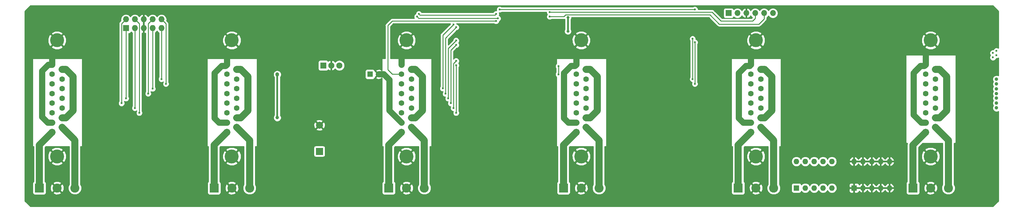
<source format=gbr>
G04 #@! TF.GenerationSoftware,KiCad,Pcbnew,(5.0.0-rc2-dev-451-g0294e41cb)*
G04 #@! TF.CreationDate,2018-10-15T22:27:56+02:00*
G04 #@! TF.ProjectId,BackplanePCB_solder.kicad_pcb_LEFT,4261636B706C616E655043425F736F6C,rev?*
G04 #@! TF.SameCoordinates,Original*
G04 #@! TF.FileFunction,Copper,L2,Bot,Signal*
G04 #@! TF.FilePolarity,Positive*
%FSLAX46Y46*%
G04 Gerber Fmt 4.6, Leading zero omitted, Abs format (unit mm)*
G04 Created by KiCad (PCBNEW (5.0.0-rc2-dev-451-g0294e41cb)) date 10/15/18 22:27:56*
%MOMM*%
%LPD*%
G01*
G04 APERTURE LIST*
%ADD10C,2.000000*%
%ADD11R,2.000000X2.000000*%
%ADD12R,1.727200X1.727200*%
%ADD13O,1.727200X1.727200*%
%ADD14R,1.600000X1.600000*%
%ADD15O,1.600000X1.600000*%
%ADD16C,2.600000*%
%ADD17R,2.600000X2.600000*%
%ADD18C,1.600000*%
%ADD19C,4.000000*%
%ADD20O,1.700000X1.700000*%
%ADD21R,1.700000X1.700000*%
%ADD22O,1.717500X1.800000*%
%ADD23R,1.717500X1.800000*%
%ADD24C,1.000000*%
%ADD25C,0.600000*%
%ADD26C,0.800000*%
%ADD27C,2.000000*%
%ADD28C,0.500000*%
%ADD29C,1.000000*%
%ADD30C,1.800000*%
%ADD31C,0.250000*%
%ADD32C,0.254000*%
G04 APERTURE END LIST*
D10*
X126500000Y-198000000D03*
D11*
X126500000Y-205500000D03*
D12*
X71120000Y-170180000D03*
D13*
X71120000Y-167640000D03*
X73660000Y-170180000D03*
X73660000Y-167640000D03*
X76200000Y-170180000D03*
X76200000Y-167640000D03*
X78740000Y-170180000D03*
X78740000Y-167640000D03*
X81280000Y-170180000D03*
X81280000Y-167640000D03*
D14*
X263000000Y-216000000D03*
D15*
X273160000Y-208380000D03*
X265540000Y-216000000D03*
X270620000Y-208380000D03*
X268080000Y-216000000D03*
X268080000Y-208380000D03*
X270620000Y-216000000D03*
X265540000Y-208380000D03*
X273160000Y-216000000D03*
X263000000Y-208380000D03*
X279500000Y-208380000D03*
X289660000Y-216000000D03*
X282040000Y-208380000D03*
X287120000Y-216000000D03*
X284580000Y-208380000D03*
X284580000Y-216000000D03*
X287120000Y-208380000D03*
X282040000Y-216000000D03*
X289660000Y-208380000D03*
D14*
X279500000Y-216000000D03*
D16*
X56510000Y-216000000D03*
X51430000Y-216000000D03*
D17*
X46350000Y-216000000D03*
X96350000Y-216000000D03*
D16*
X101430000Y-216000000D03*
X106510000Y-216000000D03*
X156510000Y-216000000D03*
X151430000Y-216000000D03*
D17*
X146350000Y-216000000D03*
D14*
X50000000Y-200000000D03*
D18*
X50000000Y-197230000D03*
X50000000Y-194460000D03*
X50000000Y-191690000D03*
X50000000Y-188920000D03*
X50000000Y-186150000D03*
X50000000Y-183380000D03*
X50000000Y-180610000D03*
X52840000Y-198615000D03*
X52840000Y-195845000D03*
X52840000Y-193075000D03*
X52840000Y-190305000D03*
X52840000Y-187535000D03*
X52840000Y-184765000D03*
X52840000Y-181995000D03*
D19*
X51420000Y-173655000D03*
X51420000Y-206955000D03*
D14*
X300000000Y-200000000D03*
D18*
X300000000Y-197230000D03*
X300000000Y-194460000D03*
X300000000Y-191690000D03*
X300000000Y-188920000D03*
X300000000Y-186150000D03*
X300000000Y-183380000D03*
X300000000Y-180610000D03*
X302840000Y-198615000D03*
X302840000Y-195845000D03*
X302840000Y-193075000D03*
X302840000Y-190305000D03*
X302840000Y-187535000D03*
X302840000Y-184765000D03*
X302840000Y-181995000D03*
D19*
X301420000Y-173655000D03*
X301420000Y-206955000D03*
D17*
X196350000Y-216000000D03*
D16*
X201430000Y-216000000D03*
X206510000Y-216000000D03*
X256510000Y-216000000D03*
X251430000Y-216000000D03*
D17*
X246350000Y-216000000D03*
X296350000Y-216000000D03*
D16*
X301430000Y-216000000D03*
X306510000Y-216000000D03*
D19*
X101420000Y-206955000D03*
X101420000Y-173655000D03*
D18*
X102840000Y-181995000D03*
X102840000Y-184765000D03*
X102840000Y-187535000D03*
X102840000Y-190305000D03*
X102840000Y-193075000D03*
X102840000Y-195845000D03*
X102840000Y-198615000D03*
X100000000Y-180610000D03*
X100000000Y-183380000D03*
X100000000Y-186150000D03*
X100000000Y-188920000D03*
X100000000Y-191690000D03*
X100000000Y-194460000D03*
X100000000Y-197230000D03*
D14*
X100000000Y-200000000D03*
X150000000Y-200000000D03*
D18*
X150000000Y-197230000D03*
X150000000Y-194460000D03*
X150000000Y-191690000D03*
X150000000Y-188920000D03*
X150000000Y-186150000D03*
X150000000Y-183380000D03*
X150000000Y-180610000D03*
X152840000Y-198615000D03*
X152840000Y-195845000D03*
X152840000Y-193075000D03*
X152840000Y-190305000D03*
X152840000Y-187535000D03*
X152840000Y-184765000D03*
X152840000Y-181995000D03*
D19*
X151420000Y-173655000D03*
X151420000Y-206955000D03*
X201420000Y-206955000D03*
X201420000Y-173655000D03*
D18*
X202840000Y-181995000D03*
X202840000Y-184765000D03*
X202840000Y-187535000D03*
X202840000Y-190305000D03*
X202840000Y-193075000D03*
X202840000Y-195845000D03*
X202840000Y-198615000D03*
X200000000Y-180610000D03*
X200000000Y-183380000D03*
X200000000Y-186150000D03*
X200000000Y-188920000D03*
X200000000Y-191690000D03*
X200000000Y-194460000D03*
X200000000Y-197230000D03*
D14*
X200000000Y-200000000D03*
D19*
X251420000Y-206955000D03*
X251420000Y-173655000D03*
D18*
X252840000Y-181995000D03*
X252840000Y-184765000D03*
X252840000Y-187535000D03*
X252840000Y-190305000D03*
X252840000Y-193075000D03*
X252840000Y-195845000D03*
X252840000Y-198615000D03*
X250000000Y-180610000D03*
X250000000Y-183380000D03*
X250000000Y-186150000D03*
X250000000Y-188920000D03*
X250000000Y-191690000D03*
X250000000Y-194460000D03*
X250000000Y-197230000D03*
D14*
X250000000Y-200000000D03*
D20*
X256286000Y-165862000D03*
X253746000Y-165862000D03*
X251206000Y-165862000D03*
X248666000Y-165862000D03*
X246126000Y-165862000D03*
D21*
X243586000Y-165862000D03*
D22*
X132189000Y-180874000D03*
X129899000Y-180874000D03*
D23*
X127609000Y-180874000D03*
D18*
X143470000Y-183388000D03*
D14*
X140970000Y-183388000D03*
D24*
X114427000Y-195834000D03*
X114427000Y-183388000D03*
X125349000Y-173609000D03*
X125349000Y-169164000D03*
X129794000Y-169164000D03*
X134239000Y-169164000D03*
X134239000Y-173609000D03*
X134239000Y-178054000D03*
X129794000Y-178054000D03*
X125349000Y-178054000D03*
D25*
X165074600Y-172440600D03*
X165404800Y-178460400D03*
X177393600Y-170294200D03*
X165354000Y-165608000D03*
D24*
X242697000Y-175006000D03*
D25*
X233680000Y-171704000D03*
X219075000Y-174498000D03*
D26*
X192278000Y-173736000D03*
X184150000Y-183769000D03*
X192024000Y-177419000D03*
X197612000Y-167132000D03*
X197612000Y-171069000D03*
D25*
X165608000Y-173736000D03*
X163322000Y-190305000D03*
X71120000Y-190305000D03*
D24*
X320265000Y-190250000D03*
D25*
X165608000Y-175006000D03*
X164084000Y-191690000D03*
X69850000Y-191690000D03*
D24*
X320265000Y-191647000D03*
D25*
X165608000Y-179578000D03*
X164846000Y-193075000D03*
X73660000Y-193075000D03*
D24*
X320265000Y-193044000D03*
D25*
X165608000Y-180848000D03*
X165608000Y-194460000D03*
X74930000Y-194460000D03*
X164846000Y-169163992D03*
X161798002Y-187452000D03*
X78740000Y-187535000D03*
D24*
X320265000Y-187582992D03*
D25*
X165646013Y-169926000D03*
X162560000Y-188976000D03*
X77470000Y-188920000D03*
D24*
X320265000Y-188980000D03*
D25*
X233299000Y-173228000D03*
X233299000Y-184765000D03*
X81280000Y-184765000D03*
D24*
X320265000Y-184789000D03*
D25*
X233934000Y-174244000D03*
X233934000Y-186150000D03*
X82550000Y-186150000D03*
D24*
X320265000Y-186186000D03*
D25*
X154940000Y-166115988D03*
X177038000Y-166116000D03*
X154432000Y-166878000D03*
X177546000Y-167386000D03*
X319248996Y-178566000D03*
X177038000Y-168148000D03*
X320265000Y-177931000D03*
X319249000Y-177296000D03*
X194919600Y-183413400D03*
X194919600Y-181102000D03*
X320265000Y-176661000D03*
X192405000Y-165608000D03*
X192405000Y-166878000D03*
X178054000Y-164846000D03*
X233934000Y-164846000D03*
D27*
X153971370Y-181995000D02*
X152840000Y-181995000D01*
X156000000Y-184023630D02*
X153971370Y-181995000D01*
X156000000Y-193816370D02*
X156000000Y-184023630D01*
X152840000Y-195845000D02*
X153971370Y-195845000D01*
X153971370Y-195845000D02*
X156000000Y-193816370D01*
X203971370Y-195845000D02*
X202840000Y-195845000D01*
X206000000Y-193816370D02*
X203971370Y-195845000D01*
X206000000Y-184023630D02*
X206000000Y-193816370D01*
X202840000Y-181995000D02*
X203971370Y-181995000D01*
X203971370Y-181995000D02*
X206000000Y-184023630D01*
X253971370Y-181995000D02*
X252840000Y-181995000D01*
X256000000Y-184023630D02*
X253971370Y-181995000D01*
X256000000Y-193816370D02*
X256000000Y-184023630D01*
X252840000Y-195845000D02*
X253971370Y-195845000D01*
X253971370Y-195845000D02*
X256000000Y-193816370D01*
X303971370Y-181995000D02*
X302840000Y-181995000D01*
X306000000Y-184023630D02*
X303971370Y-181995000D01*
X306000000Y-193816370D02*
X306000000Y-184023630D01*
X302840000Y-195845000D02*
X303971370Y-195845000D01*
X303971370Y-195845000D02*
X306000000Y-193816370D01*
X53971370Y-181995000D02*
X52840000Y-181995000D01*
X56000000Y-184023630D02*
X53971370Y-181995000D01*
X56000000Y-193816370D02*
X56000000Y-184023630D01*
X52840000Y-195845000D02*
X53971370Y-195845000D01*
X53971370Y-195845000D02*
X56000000Y-193816370D01*
D28*
X114427000Y-195126894D02*
X114427000Y-183388000D01*
X114427000Y-195834000D02*
X114427000Y-195126894D01*
D29*
X114427000Y-183515008D02*
X114427000Y-183388000D01*
D27*
X103971370Y-181995000D02*
X106000000Y-184023630D01*
X106000000Y-193816370D02*
X103971370Y-195845000D01*
X103971370Y-195845000D02*
X102840000Y-195845000D01*
X106000000Y-184023630D02*
X106000000Y-193816370D01*
X102840000Y-181995000D02*
X103971370Y-181995000D01*
D30*
X50000000Y-179478630D02*
X50009000Y-179469630D01*
X50000000Y-180610000D02*
X50000000Y-179478630D01*
X50009000Y-179469630D02*
X50009000Y-177296000D01*
X100000000Y-180610000D02*
X100000000Y-177500000D01*
X150000000Y-180610000D02*
X150000000Y-177500000D01*
X144888000Y-183388000D02*
X143470000Y-183388000D01*
X146500000Y-185000000D02*
X144888000Y-183388000D01*
X150000000Y-197230000D02*
X146500000Y-193730000D01*
X146500000Y-193730000D02*
X146500000Y-185000000D01*
X199610000Y-181000000D02*
X200000000Y-180610000D01*
X198500000Y-181000000D02*
X199610000Y-181000000D01*
X196500000Y-183000000D02*
X198500000Y-181000000D01*
X196500000Y-196000000D02*
X196500000Y-183000000D01*
X200000000Y-197230000D02*
X197730000Y-197230000D01*
X197730000Y-197230000D02*
X196500000Y-196000000D01*
X249610000Y-181000000D02*
X250000000Y-180610000D01*
X248500000Y-181000000D02*
X249610000Y-181000000D01*
X246500000Y-183000000D02*
X248500000Y-181000000D01*
X246500000Y-196000000D02*
X246500000Y-183000000D01*
X250000000Y-197230000D02*
X247730000Y-197230000D01*
X247730000Y-197230000D02*
X246500000Y-196000000D01*
X99610000Y-181000000D02*
X100000000Y-180610000D01*
X98500000Y-181000000D02*
X99610000Y-181000000D01*
X96500000Y-183000000D02*
X98500000Y-181000000D01*
X96500000Y-196000000D02*
X96500000Y-183000000D01*
X100000000Y-197230000D02*
X97730000Y-197230000D01*
X97730000Y-197230000D02*
X96500000Y-196000000D01*
X48730000Y-197230000D02*
X50000000Y-197230000D01*
X47088000Y-195588000D02*
X48730000Y-197230000D01*
X47088000Y-182390630D02*
X47088000Y-195588000D01*
X50000000Y-180610000D02*
X48868630Y-180610000D01*
X48868630Y-180610000D02*
X47088000Y-182390630D01*
X200000000Y-180610000D02*
X200000000Y-177500000D01*
X250000000Y-180610000D02*
X250000000Y-178500000D01*
X299610000Y-181000000D02*
X300000000Y-180610000D01*
X298500000Y-181000000D02*
X299610000Y-181000000D01*
X296500000Y-183000000D02*
X298500000Y-181000000D01*
X296500000Y-195000000D02*
X296500000Y-183000000D01*
X300000000Y-197230000D02*
X298730000Y-197230000D01*
X298730000Y-197230000D02*
X296500000Y-195000000D01*
X300000000Y-180610000D02*
X300000000Y-177500000D01*
D28*
X197612000Y-167132000D02*
X197612000Y-171069000D01*
D31*
X163322000Y-176022000D02*
X163322000Y-190305000D01*
X165608000Y-173736000D02*
X163322000Y-176022000D01*
X71120000Y-170180000D02*
X71120000Y-190305000D01*
X164084000Y-176530000D02*
X164084000Y-191690000D01*
X165608000Y-175006000D02*
X164084000Y-176530000D01*
X69850000Y-168910000D02*
X69850000Y-191690000D01*
X71120000Y-167640000D02*
X69850000Y-168910000D01*
X164846000Y-180684998D02*
X164846000Y-193075000D01*
X164846000Y-180340000D02*
X164846000Y-180684998D01*
X165608000Y-179578000D02*
X164846000Y-180340000D01*
X73660000Y-170180000D02*
X73660000Y-193075000D01*
X165608000Y-180848000D02*
X165608000Y-194460000D01*
X74930000Y-168910000D02*
X74930000Y-194460000D01*
X73660000Y-167640000D02*
X74930000Y-168910000D01*
X161798002Y-187027736D02*
X161798002Y-187452000D01*
X161798002Y-172211990D02*
X161798002Y-187027736D01*
X164846000Y-169163992D02*
X161798002Y-172211990D01*
X78740000Y-170180000D02*
X78740000Y-187535000D01*
X162560000Y-188551736D02*
X162560000Y-188976000D01*
X165646013Y-169926000D02*
X162560000Y-173012013D01*
X162560000Y-173012013D02*
X162560000Y-188551736D01*
X77470000Y-169690870D02*
X77470000Y-188920000D01*
X77470000Y-168910000D02*
X77470000Y-169690870D01*
X78740000Y-167640000D02*
X77470000Y-168910000D01*
X233299000Y-173228000D02*
X233299000Y-184765000D01*
X81280000Y-170180000D02*
X81280000Y-184765000D01*
X233934000Y-174244000D02*
X233934000Y-186150000D01*
X82550000Y-169690870D02*
X82550000Y-186150000D01*
X82550000Y-168910000D02*
X82550000Y-169690870D01*
X81280000Y-167640000D02*
X82550000Y-168910000D01*
D27*
X56510000Y-216000000D02*
X56510000Y-202285000D01*
X56510000Y-202285000D02*
X52840000Y-198615000D01*
X46350000Y-203650000D02*
X50000000Y-200000000D01*
X46350000Y-216000000D02*
X46350000Y-203650000D01*
X96350000Y-203650000D02*
X100000000Y-200000000D01*
X96350000Y-216000000D02*
X96350000Y-203650000D01*
X106510000Y-202285000D02*
X102840000Y-198615000D01*
X106510000Y-216000000D02*
X106510000Y-202285000D01*
X156510000Y-202285000D02*
X152840000Y-198615000D01*
X156510000Y-216000000D02*
X156510000Y-202285000D01*
X146350000Y-203650000D02*
X150000000Y-200000000D01*
X146350000Y-216000000D02*
X146350000Y-203650000D01*
D31*
X176738013Y-166415987D02*
X177038000Y-166116000D01*
X155239999Y-166415987D02*
X176738013Y-166415987D01*
X154940000Y-166115988D02*
X155239999Y-166415987D01*
D27*
X296350000Y-203650000D02*
X300000000Y-200000000D01*
X296350000Y-216000000D02*
X296350000Y-203650000D01*
X306510000Y-202285000D02*
X302840000Y-198615000D01*
X306510000Y-216000000D02*
X306510000Y-202285000D01*
X196350000Y-203650000D02*
X200000000Y-200000000D01*
X196350000Y-216000000D02*
X196350000Y-203650000D01*
X206510000Y-202285000D02*
X202840000Y-198615000D01*
X206510000Y-216000000D02*
X206510000Y-202285000D01*
X256510000Y-202285000D02*
X252840000Y-198615000D01*
X256510000Y-216000000D02*
X256510000Y-202285000D01*
X246350000Y-203650000D02*
X250000000Y-200000000D01*
X246350000Y-216000000D02*
X246350000Y-203650000D01*
D31*
X154731999Y-167177999D02*
X154432000Y-166878000D01*
X154940000Y-167386000D02*
X154731999Y-167177999D01*
X177546000Y-167386000D02*
X154940000Y-167386000D01*
X176613736Y-168148000D02*
X177038000Y-168148000D01*
X147320000Y-168148000D02*
X176613736Y-168148000D01*
X146050000Y-169418000D02*
X147320000Y-168148000D01*
X146050000Y-182118000D02*
X146050000Y-169418000D01*
X150000000Y-183380000D02*
X147312000Y-183380000D01*
X147312000Y-183380000D02*
X146050000Y-182118000D01*
X194919600Y-183413400D02*
X194919600Y-181102000D01*
X251206000Y-167386000D02*
X251206000Y-165862000D01*
X250444000Y-168148000D02*
X251206000Y-167386000D01*
X241427000Y-168148000D02*
X250444000Y-168148000D01*
X192405000Y-165608000D02*
X238887000Y-165608000D01*
X238887000Y-165608000D02*
X241427000Y-168148000D01*
X253746000Y-167513000D02*
X253746000Y-165862000D01*
X196469000Y-166878000D02*
X196977000Y-166370000D01*
X192405000Y-166878000D02*
X196469000Y-166878000D01*
X196977000Y-166370000D02*
X238252000Y-166370000D01*
X238252000Y-166370000D02*
X240919000Y-169037000D01*
X240919000Y-169037000D02*
X252222000Y-169037000D01*
X252222000Y-169037000D02*
X253746000Y-167513000D01*
X178054000Y-164846000D02*
X231775000Y-164846000D01*
X231775000Y-164846000D02*
X233934000Y-164846000D01*
D32*
G36*
X320815001Y-165283737D02*
X320815001Y-175888711D01*
X320794635Y-175868345D01*
X320450983Y-175726000D01*
X320079017Y-175726000D01*
X319735365Y-175868345D01*
X319472345Y-176131365D01*
X319377227Y-176361000D01*
X319063017Y-176361000D01*
X318719365Y-176503345D01*
X318456345Y-176766365D01*
X318314000Y-177110017D01*
X318314000Y-177481983D01*
X318456345Y-177825635D01*
X318561708Y-177930998D01*
X318456341Y-178036365D01*
X318313996Y-178380017D01*
X318313996Y-178751983D01*
X318456341Y-179095635D01*
X318719361Y-179358655D01*
X319063013Y-179501000D01*
X319434979Y-179501000D01*
X319778631Y-179358655D01*
X320041651Y-179095635D01*
X320136769Y-178866000D01*
X320450983Y-178866000D01*
X320794635Y-178723655D01*
X320815001Y-178703289D01*
X320815001Y-183788302D01*
X320490766Y-183654000D01*
X320039234Y-183654000D01*
X319622074Y-183826793D01*
X319302793Y-184146074D01*
X319130000Y-184563234D01*
X319130000Y-185014766D01*
X319302793Y-185431926D01*
X319358367Y-185487500D01*
X319302793Y-185543074D01*
X319130000Y-185960234D01*
X319130000Y-186411766D01*
X319302793Y-186828926D01*
X319358363Y-186884496D01*
X319302793Y-186940066D01*
X319130000Y-187357226D01*
X319130000Y-187808758D01*
X319302793Y-188225918D01*
X319358371Y-188281496D01*
X319302793Y-188337074D01*
X319130000Y-188754234D01*
X319130000Y-189205766D01*
X319299510Y-189615000D01*
X319130000Y-190024234D01*
X319130000Y-190475766D01*
X319302793Y-190892926D01*
X319358367Y-190948500D01*
X319302793Y-191004074D01*
X319130000Y-191421234D01*
X319130000Y-191872766D01*
X319302793Y-192289926D01*
X319358367Y-192345500D01*
X319302793Y-192401074D01*
X319130000Y-192818234D01*
X319130000Y-193269766D01*
X319302793Y-193686926D01*
X319622074Y-194006207D01*
X320039234Y-194179000D01*
X320490766Y-194179000D01*
X320815000Y-194044698D01*
X320815000Y-219716264D01*
X319216265Y-221315000D01*
X43783736Y-221315000D01*
X42185000Y-219716265D01*
X42185000Y-179000000D01*
X44373000Y-179000000D01*
X44373000Y-204000000D01*
X44382667Y-204048601D01*
X44410197Y-204089803D01*
X44451399Y-204117333D01*
X44500000Y-204127000D01*
X44715001Y-204127000D01*
X44715000Y-214160132D01*
X44592191Y-214242191D01*
X44451843Y-214452235D01*
X44402560Y-214700000D01*
X44402560Y-217300000D01*
X44451843Y-217547765D01*
X44592191Y-217757809D01*
X44802235Y-217898157D01*
X45050000Y-217947440D01*
X47650000Y-217947440D01*
X47897765Y-217898157D01*
X48107809Y-217757809D01*
X48248157Y-217547765D01*
X48283623Y-217369459D01*
X50240146Y-217369459D01*
X50375504Y-217667455D01*
X51093880Y-217944066D01*
X51863427Y-217924710D01*
X52484496Y-217667455D01*
X52619854Y-217369459D01*
X51430000Y-216179605D01*
X50240146Y-217369459D01*
X48283623Y-217369459D01*
X48297440Y-217300000D01*
X48297440Y-215663880D01*
X49485934Y-215663880D01*
X49505290Y-216433427D01*
X49762545Y-217054496D01*
X50060541Y-217189854D01*
X51250395Y-216000000D01*
X51609605Y-216000000D01*
X52799459Y-217189854D01*
X53097455Y-217054496D01*
X53374066Y-216336120D01*
X53354710Y-215566573D01*
X53097455Y-214945504D01*
X52799459Y-214810146D01*
X51609605Y-216000000D01*
X51250395Y-216000000D01*
X50060541Y-214810146D01*
X49762545Y-214945504D01*
X49485934Y-215663880D01*
X48297440Y-215663880D01*
X48297440Y-214700000D01*
X48283624Y-214630541D01*
X50240146Y-214630541D01*
X51430000Y-215820395D01*
X52619854Y-214630541D01*
X52484496Y-214332545D01*
X51766120Y-214055934D01*
X50996573Y-214075290D01*
X50375504Y-214332545D01*
X50240146Y-214630541D01*
X48283624Y-214630541D01*
X48248157Y-214452235D01*
X48107809Y-214242191D01*
X47985000Y-214160132D01*
X47985000Y-208830022D01*
X49724584Y-208830022D01*
X49945353Y-209200743D01*
X50917012Y-209594119D01*
X51965247Y-209585713D01*
X52894647Y-209200743D01*
X53115416Y-208830022D01*
X51420000Y-207134605D01*
X49724584Y-208830022D01*
X47985000Y-208830022D01*
X47985000Y-206452012D01*
X48780881Y-206452012D01*
X48789287Y-207500247D01*
X49174257Y-208429647D01*
X49544978Y-208650416D01*
X51240395Y-206955000D01*
X51599605Y-206955000D01*
X53295022Y-208650416D01*
X53665743Y-208429647D01*
X54059119Y-207457988D01*
X54050713Y-206409753D01*
X53665743Y-205480353D01*
X53295022Y-205259584D01*
X51599605Y-206955000D01*
X51240395Y-206955000D01*
X49544978Y-205259584D01*
X49174257Y-205480353D01*
X48780881Y-206452012D01*
X47985000Y-206452012D01*
X47985000Y-205079978D01*
X49724584Y-205079978D01*
X51420000Y-206775395D01*
X53115416Y-205079978D01*
X52894647Y-204709257D01*
X51922988Y-204315881D01*
X50874753Y-204324287D01*
X49945353Y-204709257D01*
X49724584Y-205079978D01*
X47985000Y-205079978D01*
X47985000Y-204327238D01*
X48185238Y-204127000D01*
X54875001Y-204127000D01*
X54875000Y-214898496D01*
X54869586Y-214903910D01*
X54575000Y-215615105D01*
X54575000Y-216384895D01*
X54869586Y-217096090D01*
X55413910Y-217640414D01*
X56125105Y-217935000D01*
X56894895Y-217935000D01*
X57606090Y-217640414D01*
X58150414Y-217096090D01*
X58445000Y-216384895D01*
X58445000Y-215615105D01*
X58150414Y-214903910D01*
X58145000Y-214898496D01*
X58145000Y-204127000D01*
X58500000Y-204127000D01*
X58548601Y-204117333D01*
X58589803Y-204089803D01*
X58617333Y-204048601D01*
X58627000Y-204000000D01*
X58627000Y-191504017D01*
X68915000Y-191504017D01*
X68915000Y-191875983D01*
X69057345Y-192219635D01*
X69320365Y-192482655D01*
X69664017Y-192625000D01*
X70035983Y-192625000D01*
X70379635Y-192482655D01*
X70642655Y-192219635D01*
X70785000Y-191875983D01*
X70785000Y-191504017D01*
X70642655Y-191160365D01*
X70610000Y-191127710D01*
X70610000Y-191105788D01*
X70934017Y-191240000D01*
X71305983Y-191240000D01*
X71649635Y-191097655D01*
X71912655Y-190834635D01*
X72055000Y-190490983D01*
X72055000Y-190119017D01*
X71912655Y-189775365D01*
X71880000Y-189742710D01*
X71880000Y-171691040D01*
X71983600Y-171691040D01*
X72231365Y-171641757D01*
X72441409Y-171501409D01*
X72581757Y-171291365D01*
X72586932Y-171265349D01*
X72900000Y-171474535D01*
X72900001Y-192512709D01*
X72867345Y-192545365D01*
X72725000Y-192889017D01*
X72725000Y-193260983D01*
X72867345Y-193604635D01*
X73130365Y-193867655D01*
X73474017Y-194010000D01*
X73845983Y-194010000D01*
X74170001Y-193875788D01*
X74170001Y-193897709D01*
X74137345Y-193930365D01*
X73995000Y-194274017D01*
X73995000Y-194645983D01*
X74137345Y-194989635D01*
X74400365Y-195252655D01*
X74744017Y-195395000D01*
X75115983Y-195395000D01*
X75459635Y-195252655D01*
X75722655Y-194989635D01*
X75865000Y-194645983D01*
X75865000Y-194274017D01*
X75722655Y-193930365D01*
X75690000Y-193897710D01*
X75690000Y-171572426D01*
X75840974Y-171634958D01*
X76073000Y-171513817D01*
X76073000Y-170307000D01*
X76053000Y-170307000D01*
X76053000Y-170053000D01*
X76073000Y-170053000D01*
X76073000Y-167767000D01*
X76053000Y-167767000D01*
X76053000Y-167513000D01*
X76073000Y-167513000D01*
X76073000Y-166306183D01*
X76327000Y-166306183D01*
X76327000Y-167513000D01*
X76347000Y-167513000D01*
X76347000Y-167767000D01*
X76327000Y-167767000D01*
X76327000Y-170053000D01*
X76347000Y-170053000D01*
X76347000Y-170307000D01*
X76327000Y-170307000D01*
X76327000Y-171513817D01*
X76559026Y-171634958D01*
X76710000Y-171572426D01*
X76710001Y-188357709D01*
X76677345Y-188390365D01*
X76535000Y-188734017D01*
X76535000Y-189105983D01*
X76677345Y-189449635D01*
X76940365Y-189712655D01*
X77284017Y-189855000D01*
X77655983Y-189855000D01*
X77999635Y-189712655D01*
X78262655Y-189449635D01*
X78405000Y-189105983D01*
X78405000Y-188734017D01*
X78262655Y-188390365D01*
X78230000Y-188357710D01*
X78230000Y-188335788D01*
X78554017Y-188470000D01*
X78925983Y-188470000D01*
X79269635Y-188327655D01*
X79532655Y-188064635D01*
X79675000Y-187720983D01*
X79675000Y-187349017D01*
X79532655Y-187005365D01*
X79500000Y-186972710D01*
X79500000Y-171474535D01*
X79820430Y-171260430D01*
X80010000Y-170976719D01*
X80199570Y-171260430D01*
X80520000Y-171474535D01*
X80520001Y-184202709D01*
X80487345Y-184235365D01*
X80345000Y-184579017D01*
X80345000Y-184950983D01*
X80487345Y-185294635D01*
X80750365Y-185557655D01*
X81094017Y-185700000D01*
X81465983Y-185700000D01*
X81790001Y-185565788D01*
X81790001Y-185587709D01*
X81757345Y-185620365D01*
X81615000Y-185964017D01*
X81615000Y-186335983D01*
X81757345Y-186679635D01*
X82020365Y-186942655D01*
X82364017Y-187085000D01*
X82735983Y-187085000D01*
X83079635Y-186942655D01*
X83342655Y-186679635D01*
X83485000Y-186335983D01*
X83485000Y-185964017D01*
X83342655Y-185620365D01*
X83310000Y-185587710D01*
X83310000Y-179000000D01*
X94373000Y-179000000D01*
X94373000Y-204000000D01*
X94382667Y-204048601D01*
X94410197Y-204089803D01*
X94451399Y-204117333D01*
X94500000Y-204127000D01*
X94715001Y-204127000D01*
X94715000Y-214160132D01*
X94592191Y-214242191D01*
X94451843Y-214452235D01*
X94402560Y-214700000D01*
X94402560Y-217300000D01*
X94451843Y-217547765D01*
X94592191Y-217757809D01*
X94802235Y-217898157D01*
X95050000Y-217947440D01*
X97650000Y-217947440D01*
X97897765Y-217898157D01*
X98107809Y-217757809D01*
X98248157Y-217547765D01*
X98283623Y-217369459D01*
X100240146Y-217369459D01*
X100375504Y-217667455D01*
X101093880Y-217944066D01*
X101863427Y-217924710D01*
X102484496Y-217667455D01*
X102619854Y-217369459D01*
X101430000Y-216179605D01*
X100240146Y-217369459D01*
X98283623Y-217369459D01*
X98297440Y-217300000D01*
X98297440Y-215663880D01*
X99485934Y-215663880D01*
X99505290Y-216433427D01*
X99762545Y-217054496D01*
X100060541Y-217189854D01*
X101250395Y-216000000D01*
X101609605Y-216000000D01*
X102799459Y-217189854D01*
X103097455Y-217054496D01*
X103374066Y-216336120D01*
X103354710Y-215566573D01*
X103097455Y-214945504D01*
X102799459Y-214810146D01*
X101609605Y-216000000D01*
X101250395Y-216000000D01*
X100060541Y-214810146D01*
X99762545Y-214945504D01*
X99485934Y-215663880D01*
X98297440Y-215663880D01*
X98297440Y-214700000D01*
X98283624Y-214630541D01*
X100240146Y-214630541D01*
X101430000Y-215820395D01*
X102619854Y-214630541D01*
X102484496Y-214332545D01*
X101766120Y-214055934D01*
X100996573Y-214075290D01*
X100375504Y-214332545D01*
X100240146Y-214630541D01*
X98283624Y-214630541D01*
X98248157Y-214452235D01*
X98107809Y-214242191D01*
X97985000Y-214160132D01*
X97985000Y-208830022D01*
X99724584Y-208830022D01*
X99945353Y-209200743D01*
X100917012Y-209594119D01*
X101965247Y-209585713D01*
X102894647Y-209200743D01*
X103115416Y-208830022D01*
X101420000Y-207134605D01*
X99724584Y-208830022D01*
X97985000Y-208830022D01*
X97985000Y-206452012D01*
X98780881Y-206452012D01*
X98789287Y-207500247D01*
X99174257Y-208429647D01*
X99544978Y-208650416D01*
X101240395Y-206955000D01*
X101599605Y-206955000D01*
X103295022Y-208650416D01*
X103665743Y-208429647D01*
X104059119Y-207457988D01*
X104050713Y-206409753D01*
X103665743Y-205480353D01*
X103295022Y-205259584D01*
X101599605Y-206955000D01*
X101240395Y-206955000D01*
X99544978Y-205259584D01*
X99174257Y-205480353D01*
X98780881Y-206452012D01*
X97985000Y-206452012D01*
X97985000Y-205079978D01*
X99724584Y-205079978D01*
X101420000Y-206775395D01*
X103115416Y-205079978D01*
X102894647Y-204709257D01*
X101922988Y-204315881D01*
X100874753Y-204324287D01*
X99945353Y-204709257D01*
X99724584Y-205079978D01*
X97985000Y-205079978D01*
X97985000Y-204327238D01*
X98185238Y-204127000D01*
X104875001Y-204127000D01*
X104875000Y-214898496D01*
X104869586Y-214903910D01*
X104575000Y-215615105D01*
X104575000Y-216384895D01*
X104869586Y-217096090D01*
X105413910Y-217640414D01*
X106125105Y-217935000D01*
X106894895Y-217935000D01*
X107606090Y-217640414D01*
X108150414Y-217096090D01*
X108445000Y-216384895D01*
X108445000Y-215615105D01*
X108150414Y-214903910D01*
X108145000Y-214898496D01*
X108145000Y-204500000D01*
X124852560Y-204500000D01*
X124852560Y-206500000D01*
X124901843Y-206747765D01*
X125042191Y-206957809D01*
X125252235Y-207098157D01*
X125500000Y-207147440D01*
X127500000Y-207147440D01*
X127747765Y-207098157D01*
X127957809Y-206957809D01*
X128098157Y-206747765D01*
X128147440Y-206500000D01*
X128147440Y-204500000D01*
X128098157Y-204252235D01*
X127957809Y-204042191D01*
X127747765Y-203901843D01*
X127500000Y-203852560D01*
X125500000Y-203852560D01*
X125252235Y-203901843D01*
X125042191Y-204042191D01*
X124901843Y-204252235D01*
X124852560Y-204500000D01*
X108145000Y-204500000D01*
X108145000Y-204127000D01*
X108500000Y-204127000D01*
X108548601Y-204117333D01*
X108589803Y-204089803D01*
X108617333Y-204048601D01*
X108627000Y-204000000D01*
X108627000Y-199152532D01*
X125527073Y-199152532D01*
X125625736Y-199419387D01*
X126235461Y-199645908D01*
X126885460Y-199621856D01*
X127374264Y-199419387D01*
X127472927Y-199152532D01*
X126500000Y-198179605D01*
X125527073Y-199152532D01*
X108627000Y-199152532D01*
X108627000Y-197735461D01*
X124854092Y-197735461D01*
X124878144Y-198385460D01*
X125080613Y-198874264D01*
X125347468Y-198972927D01*
X126320395Y-198000000D01*
X126679605Y-198000000D01*
X127652532Y-198972927D01*
X127919387Y-198874264D01*
X128145908Y-198264539D01*
X128121856Y-197614540D01*
X127919387Y-197125736D01*
X127652532Y-197027073D01*
X126679605Y-198000000D01*
X126320395Y-198000000D01*
X125347468Y-197027073D01*
X125080613Y-197125736D01*
X124854092Y-197735461D01*
X108627000Y-197735461D01*
X108627000Y-183162234D01*
X113292000Y-183162234D01*
X113292000Y-183626790D01*
X113357854Y-183957862D01*
X113542001Y-184233458D01*
X113542000Y-195039729D01*
X113542000Y-195113867D01*
X113464793Y-195191074D01*
X113292000Y-195608234D01*
X113292000Y-196059766D01*
X113464793Y-196476926D01*
X113784074Y-196796207D01*
X114201234Y-196969000D01*
X114652766Y-196969000D01*
X114946170Y-196847468D01*
X125527073Y-196847468D01*
X126500000Y-197820395D01*
X127472927Y-196847468D01*
X127374264Y-196580613D01*
X126764539Y-196354092D01*
X126114540Y-196378144D01*
X125625736Y-196580613D01*
X125527073Y-196847468D01*
X114946170Y-196847468D01*
X115069926Y-196796207D01*
X115389207Y-196476926D01*
X115562000Y-196059766D01*
X115562000Y-195608234D01*
X115389207Y-195191074D01*
X115312000Y-195113867D01*
X115312000Y-184233457D01*
X115496146Y-183957863D01*
X115562000Y-183626791D01*
X115562000Y-183162234D01*
X115518381Y-183056927D01*
X115496146Y-182945146D01*
X115432827Y-182850382D01*
X115389207Y-182745074D01*
X115308608Y-182664475D01*
X115257510Y-182588000D01*
X139522560Y-182588000D01*
X139522560Y-184188000D01*
X139571843Y-184435765D01*
X139712191Y-184645809D01*
X139922235Y-184786157D01*
X140170000Y-184835440D01*
X141770000Y-184835440D01*
X142017765Y-184786157D01*
X142227809Y-184645809D01*
X142368157Y-184435765D01*
X142414693Y-184201813D01*
X142462255Y-184216139D01*
X143290395Y-183388000D01*
X142462255Y-182559861D01*
X142414693Y-182574187D01*
X142376118Y-182380255D01*
X142641861Y-182380255D01*
X143470000Y-183208395D01*
X143484142Y-183194252D01*
X143663748Y-183373858D01*
X143649605Y-183388000D01*
X143663748Y-183402142D01*
X143484142Y-183581748D01*
X143470000Y-183567605D01*
X142641861Y-184395745D01*
X142715995Y-184641864D01*
X143253223Y-184834965D01*
X143823454Y-184807778D01*
X144224005Y-184641864D01*
X144298139Y-184395747D01*
X144373000Y-184470608D01*
X144373000Y-204000000D01*
X144382667Y-204048601D01*
X144410197Y-204089803D01*
X144451399Y-204117333D01*
X144500000Y-204127000D01*
X144715001Y-204127000D01*
X144715000Y-214160132D01*
X144592191Y-214242191D01*
X144451843Y-214452235D01*
X144402560Y-214700000D01*
X144402560Y-217300000D01*
X144451843Y-217547765D01*
X144592191Y-217757809D01*
X144802235Y-217898157D01*
X145050000Y-217947440D01*
X147650000Y-217947440D01*
X147897765Y-217898157D01*
X148107809Y-217757809D01*
X148248157Y-217547765D01*
X148283623Y-217369459D01*
X150240146Y-217369459D01*
X150375504Y-217667455D01*
X151093880Y-217944066D01*
X151863427Y-217924710D01*
X152484496Y-217667455D01*
X152619854Y-217369459D01*
X151430000Y-216179605D01*
X150240146Y-217369459D01*
X148283623Y-217369459D01*
X148297440Y-217300000D01*
X148297440Y-215663880D01*
X149485934Y-215663880D01*
X149505290Y-216433427D01*
X149762545Y-217054496D01*
X150060541Y-217189854D01*
X151250395Y-216000000D01*
X151609605Y-216000000D01*
X152799459Y-217189854D01*
X153097455Y-217054496D01*
X153374066Y-216336120D01*
X153354710Y-215566573D01*
X153097455Y-214945504D01*
X152799459Y-214810146D01*
X151609605Y-216000000D01*
X151250395Y-216000000D01*
X150060541Y-214810146D01*
X149762545Y-214945504D01*
X149485934Y-215663880D01*
X148297440Y-215663880D01*
X148297440Y-214700000D01*
X148283624Y-214630541D01*
X150240146Y-214630541D01*
X151430000Y-215820395D01*
X152619854Y-214630541D01*
X152484496Y-214332545D01*
X151766120Y-214055934D01*
X150996573Y-214075290D01*
X150375504Y-214332545D01*
X150240146Y-214630541D01*
X148283624Y-214630541D01*
X148248157Y-214452235D01*
X148107809Y-214242191D01*
X147985000Y-214160132D01*
X147985000Y-208830022D01*
X149724584Y-208830022D01*
X149945353Y-209200743D01*
X150917012Y-209594119D01*
X151965247Y-209585713D01*
X152894647Y-209200743D01*
X153115416Y-208830022D01*
X151420000Y-207134605D01*
X149724584Y-208830022D01*
X147985000Y-208830022D01*
X147985000Y-206452012D01*
X148780881Y-206452012D01*
X148789287Y-207500247D01*
X149174257Y-208429647D01*
X149544978Y-208650416D01*
X151240395Y-206955000D01*
X151599605Y-206955000D01*
X153295022Y-208650416D01*
X153665743Y-208429647D01*
X154059119Y-207457988D01*
X154050713Y-206409753D01*
X153665743Y-205480353D01*
X153295022Y-205259584D01*
X151599605Y-206955000D01*
X151240395Y-206955000D01*
X149544978Y-205259584D01*
X149174257Y-205480353D01*
X148780881Y-206452012D01*
X147985000Y-206452012D01*
X147985000Y-205079978D01*
X149724584Y-205079978D01*
X151420000Y-206775395D01*
X153115416Y-205079978D01*
X152894647Y-204709257D01*
X151922988Y-204315881D01*
X150874753Y-204324287D01*
X149945353Y-204709257D01*
X149724584Y-205079978D01*
X147985000Y-205079978D01*
X147985000Y-204327238D01*
X148185238Y-204127000D01*
X154875001Y-204127000D01*
X154875000Y-214898496D01*
X154869586Y-214903910D01*
X154575000Y-215615105D01*
X154575000Y-216384895D01*
X154869586Y-217096090D01*
X155413910Y-217640414D01*
X156125105Y-217935000D01*
X156894895Y-217935000D01*
X157606090Y-217640414D01*
X158150414Y-217096090D01*
X158445000Y-216384895D01*
X158445000Y-215615105D01*
X158150414Y-214903910D01*
X158145000Y-214898496D01*
X158145000Y-204127000D01*
X158500000Y-204127000D01*
X158548601Y-204117333D01*
X158589803Y-204089803D01*
X158617333Y-204048601D01*
X158627000Y-204000000D01*
X158627000Y-179000000D01*
X158617333Y-178951399D01*
X158589803Y-178910197D01*
X158548601Y-178882667D01*
X158500000Y-178873000D01*
X146810000Y-178873000D01*
X146810000Y-175530022D01*
X149724584Y-175530022D01*
X149945353Y-175900743D01*
X150917012Y-176294119D01*
X151965247Y-176285713D01*
X152894647Y-175900743D01*
X153115416Y-175530022D01*
X151420000Y-173834605D01*
X149724584Y-175530022D01*
X146810000Y-175530022D01*
X146810000Y-173152012D01*
X148780881Y-173152012D01*
X148789287Y-174200247D01*
X149174257Y-175129647D01*
X149544978Y-175350416D01*
X151240395Y-173655000D01*
X151599605Y-173655000D01*
X153295022Y-175350416D01*
X153665743Y-175129647D01*
X154059119Y-174157988D01*
X154050713Y-173109753D01*
X153665743Y-172180353D01*
X153295022Y-171959584D01*
X151599605Y-173655000D01*
X151240395Y-173655000D01*
X149544978Y-171959584D01*
X149174257Y-172180353D01*
X148780881Y-173152012D01*
X146810000Y-173152012D01*
X146810000Y-171779978D01*
X149724584Y-171779978D01*
X151420000Y-173475395D01*
X153115416Y-171779978D01*
X152894647Y-171409257D01*
X151922988Y-171015881D01*
X150874753Y-171024287D01*
X149945353Y-171409257D01*
X149724584Y-171779978D01*
X146810000Y-171779978D01*
X146810000Y-169732801D01*
X147634802Y-168908000D01*
X163939999Y-168908000D01*
X163911000Y-168978009D01*
X163911000Y-169024190D01*
X161313532Y-171621659D01*
X161250073Y-171664061D01*
X161082098Y-171915454D01*
X161038002Y-172137139D01*
X161038002Y-172137143D01*
X161023114Y-172211990D01*
X161038002Y-172286837D01*
X161038003Y-186889709D01*
X161005347Y-186922365D01*
X160863002Y-187266017D01*
X160863002Y-187637983D01*
X161005347Y-187981635D01*
X161268367Y-188244655D01*
X161612019Y-188387000D01*
X161800001Y-188387000D01*
X161800001Y-188413709D01*
X161767345Y-188446365D01*
X161625000Y-188790017D01*
X161625000Y-189161983D01*
X161767345Y-189505635D01*
X162030365Y-189768655D01*
X162374017Y-189911000D01*
X162473163Y-189911000D01*
X162387000Y-190119017D01*
X162387000Y-190490983D01*
X162529345Y-190834635D01*
X162792365Y-191097655D01*
X163136017Y-191240000D01*
X163258359Y-191240000D01*
X163149000Y-191504017D01*
X163149000Y-191875983D01*
X163291345Y-192219635D01*
X163554365Y-192482655D01*
X163898017Y-192625000D01*
X164020359Y-192625000D01*
X163911000Y-192889017D01*
X163911000Y-193260983D01*
X164053345Y-193604635D01*
X164316365Y-193867655D01*
X164660017Y-194010000D01*
X164782359Y-194010000D01*
X164673000Y-194274017D01*
X164673000Y-194645983D01*
X164815345Y-194989635D01*
X165078365Y-195252655D01*
X165422017Y-195395000D01*
X165793983Y-195395000D01*
X166137635Y-195252655D01*
X166400655Y-194989635D01*
X166543000Y-194645983D01*
X166543000Y-194274017D01*
X166400655Y-193930365D01*
X166368000Y-193897710D01*
X166368000Y-181410290D01*
X166400655Y-181377635D01*
X166543000Y-181033983D01*
X166543000Y-180916017D01*
X193984600Y-180916017D01*
X193984600Y-181287983D01*
X194126945Y-181631635D01*
X194159601Y-181664291D01*
X194159600Y-182851110D01*
X194126945Y-182883765D01*
X193984600Y-183227417D01*
X193984600Y-183599383D01*
X194126945Y-183943035D01*
X194373000Y-184189090D01*
X194373000Y-204000000D01*
X194382667Y-204048601D01*
X194410197Y-204089803D01*
X194451399Y-204117333D01*
X194500000Y-204127000D01*
X194715001Y-204127000D01*
X194715000Y-214160132D01*
X194592191Y-214242191D01*
X194451843Y-214452235D01*
X194402560Y-214700000D01*
X194402560Y-217300000D01*
X194451843Y-217547765D01*
X194592191Y-217757809D01*
X194802235Y-217898157D01*
X195050000Y-217947440D01*
X197650000Y-217947440D01*
X197897765Y-217898157D01*
X198107809Y-217757809D01*
X198248157Y-217547765D01*
X198283623Y-217369459D01*
X200240146Y-217369459D01*
X200375504Y-217667455D01*
X201093880Y-217944066D01*
X201863427Y-217924710D01*
X202484496Y-217667455D01*
X202619854Y-217369459D01*
X201430000Y-216179605D01*
X200240146Y-217369459D01*
X198283623Y-217369459D01*
X198297440Y-217300000D01*
X198297440Y-215663880D01*
X199485934Y-215663880D01*
X199505290Y-216433427D01*
X199762545Y-217054496D01*
X200060541Y-217189854D01*
X201250395Y-216000000D01*
X201609605Y-216000000D01*
X202799459Y-217189854D01*
X203097455Y-217054496D01*
X203374066Y-216336120D01*
X203354710Y-215566573D01*
X203097455Y-214945504D01*
X202799459Y-214810146D01*
X201609605Y-216000000D01*
X201250395Y-216000000D01*
X200060541Y-214810146D01*
X199762545Y-214945504D01*
X199485934Y-215663880D01*
X198297440Y-215663880D01*
X198297440Y-214700000D01*
X198283624Y-214630541D01*
X200240146Y-214630541D01*
X201430000Y-215820395D01*
X202619854Y-214630541D01*
X202484496Y-214332545D01*
X201766120Y-214055934D01*
X200996573Y-214075290D01*
X200375504Y-214332545D01*
X200240146Y-214630541D01*
X198283624Y-214630541D01*
X198248157Y-214452235D01*
X198107809Y-214242191D01*
X197985000Y-214160132D01*
X197985000Y-208830022D01*
X199724584Y-208830022D01*
X199945353Y-209200743D01*
X200917012Y-209594119D01*
X201965247Y-209585713D01*
X202894647Y-209200743D01*
X203115416Y-208830022D01*
X201420000Y-207134605D01*
X199724584Y-208830022D01*
X197985000Y-208830022D01*
X197985000Y-206452012D01*
X198780881Y-206452012D01*
X198789287Y-207500247D01*
X199174257Y-208429647D01*
X199544978Y-208650416D01*
X201240395Y-206955000D01*
X201599605Y-206955000D01*
X203295022Y-208650416D01*
X203665743Y-208429647D01*
X204059119Y-207457988D01*
X204050713Y-206409753D01*
X203665743Y-205480353D01*
X203295022Y-205259584D01*
X201599605Y-206955000D01*
X201240395Y-206955000D01*
X199544978Y-205259584D01*
X199174257Y-205480353D01*
X198780881Y-206452012D01*
X197985000Y-206452012D01*
X197985000Y-205079978D01*
X199724584Y-205079978D01*
X201420000Y-206775395D01*
X203115416Y-205079978D01*
X202894647Y-204709257D01*
X201922988Y-204315881D01*
X200874753Y-204324287D01*
X199945353Y-204709257D01*
X199724584Y-205079978D01*
X197985000Y-205079978D01*
X197985000Y-204327238D01*
X198185238Y-204127000D01*
X204875001Y-204127000D01*
X204875000Y-214898496D01*
X204869586Y-214903910D01*
X204575000Y-215615105D01*
X204575000Y-216384895D01*
X204869586Y-217096090D01*
X205413910Y-217640414D01*
X206125105Y-217935000D01*
X206894895Y-217935000D01*
X207606090Y-217640414D01*
X208150414Y-217096090D01*
X208445000Y-216384895D01*
X208445000Y-215615105D01*
X208150414Y-214903910D01*
X208145000Y-214898496D01*
X208145000Y-204127000D01*
X208500000Y-204127000D01*
X208548601Y-204117333D01*
X208589803Y-204089803D01*
X208617333Y-204048601D01*
X208627000Y-204000000D01*
X208627000Y-179000000D01*
X208617333Y-178951399D01*
X208589803Y-178910197D01*
X208548601Y-178882667D01*
X208500000Y-178873000D01*
X194500000Y-178873000D01*
X194451399Y-178882667D01*
X194410197Y-178910197D01*
X194382667Y-178951399D01*
X194373000Y-179000000D01*
X194373000Y-180326310D01*
X194126945Y-180572365D01*
X193984600Y-180916017D01*
X166543000Y-180916017D01*
X166543000Y-180662017D01*
X166400655Y-180318365D01*
X166295290Y-180213000D01*
X166400655Y-180107635D01*
X166543000Y-179763983D01*
X166543000Y-179392017D01*
X166400655Y-179048365D01*
X166137635Y-178785345D01*
X165793983Y-178643000D01*
X165422017Y-178643000D01*
X165078365Y-178785345D01*
X164844000Y-179019710D01*
X164844000Y-176844801D01*
X165747802Y-175941000D01*
X165793983Y-175941000D01*
X166137635Y-175798655D01*
X166400655Y-175535635D01*
X166402979Y-175530022D01*
X199724584Y-175530022D01*
X199945353Y-175900743D01*
X200917012Y-176294119D01*
X201965247Y-176285713D01*
X202894647Y-175900743D01*
X203115416Y-175530022D01*
X201420000Y-173834605D01*
X199724584Y-175530022D01*
X166402979Y-175530022D01*
X166543000Y-175191983D01*
X166543000Y-174820017D01*
X166400655Y-174476365D01*
X166295290Y-174371000D01*
X166400655Y-174265635D01*
X166543000Y-173921983D01*
X166543000Y-173550017D01*
X166400655Y-173206365D01*
X166346302Y-173152012D01*
X198780881Y-173152012D01*
X198789287Y-174200247D01*
X199174257Y-175129647D01*
X199544978Y-175350416D01*
X201240395Y-173655000D01*
X201599605Y-173655000D01*
X203295022Y-175350416D01*
X203665743Y-175129647D01*
X204059119Y-174157988D01*
X204050713Y-173109753D01*
X204022656Y-173042017D01*
X232364000Y-173042017D01*
X232364000Y-173413983D01*
X232506345Y-173757635D01*
X232539000Y-173790290D01*
X232539001Y-184202709D01*
X232506345Y-184235365D01*
X232364000Y-184579017D01*
X232364000Y-184950983D01*
X232506345Y-185294635D01*
X232769365Y-185557655D01*
X233109041Y-185698353D01*
X232999000Y-185964017D01*
X232999000Y-186335983D01*
X233141345Y-186679635D01*
X233404365Y-186942655D01*
X233748017Y-187085000D01*
X234119983Y-187085000D01*
X234463635Y-186942655D01*
X234726655Y-186679635D01*
X234869000Y-186335983D01*
X234869000Y-185964017D01*
X234726655Y-185620365D01*
X234694000Y-185587710D01*
X234694000Y-179000000D01*
X244373000Y-179000000D01*
X244373000Y-204000000D01*
X244382667Y-204048601D01*
X244410197Y-204089803D01*
X244451399Y-204117333D01*
X244500000Y-204127000D01*
X244715001Y-204127000D01*
X244715000Y-214160132D01*
X244592191Y-214242191D01*
X244451843Y-214452235D01*
X244402560Y-214700000D01*
X244402560Y-217300000D01*
X244451843Y-217547765D01*
X244592191Y-217757809D01*
X244802235Y-217898157D01*
X245050000Y-217947440D01*
X247650000Y-217947440D01*
X247897765Y-217898157D01*
X248107809Y-217757809D01*
X248248157Y-217547765D01*
X248283623Y-217369459D01*
X250240146Y-217369459D01*
X250375504Y-217667455D01*
X251093880Y-217944066D01*
X251863427Y-217924710D01*
X252484496Y-217667455D01*
X252619854Y-217369459D01*
X251430000Y-216179605D01*
X250240146Y-217369459D01*
X248283623Y-217369459D01*
X248297440Y-217300000D01*
X248297440Y-215663880D01*
X249485934Y-215663880D01*
X249505290Y-216433427D01*
X249762545Y-217054496D01*
X250060541Y-217189854D01*
X251250395Y-216000000D01*
X251609605Y-216000000D01*
X252799459Y-217189854D01*
X253097455Y-217054496D01*
X253374066Y-216336120D01*
X253354710Y-215566573D01*
X253097455Y-214945504D01*
X252799459Y-214810146D01*
X251609605Y-216000000D01*
X251250395Y-216000000D01*
X250060541Y-214810146D01*
X249762545Y-214945504D01*
X249485934Y-215663880D01*
X248297440Y-215663880D01*
X248297440Y-214700000D01*
X248283624Y-214630541D01*
X250240146Y-214630541D01*
X251430000Y-215820395D01*
X252619854Y-214630541D01*
X252484496Y-214332545D01*
X251766120Y-214055934D01*
X250996573Y-214075290D01*
X250375504Y-214332545D01*
X250240146Y-214630541D01*
X248283624Y-214630541D01*
X248248157Y-214452235D01*
X248107809Y-214242191D01*
X247985000Y-214160132D01*
X247985000Y-208830022D01*
X249724584Y-208830022D01*
X249945353Y-209200743D01*
X250917012Y-209594119D01*
X251965247Y-209585713D01*
X252894647Y-209200743D01*
X253115416Y-208830022D01*
X251420000Y-207134605D01*
X249724584Y-208830022D01*
X247985000Y-208830022D01*
X247985000Y-206452012D01*
X248780881Y-206452012D01*
X248789287Y-207500247D01*
X249174257Y-208429647D01*
X249544978Y-208650416D01*
X251240395Y-206955000D01*
X251599605Y-206955000D01*
X253295022Y-208650416D01*
X253665743Y-208429647D01*
X254059119Y-207457988D01*
X254050713Y-206409753D01*
X253665743Y-205480353D01*
X253295022Y-205259584D01*
X251599605Y-206955000D01*
X251240395Y-206955000D01*
X249544978Y-205259584D01*
X249174257Y-205480353D01*
X248780881Y-206452012D01*
X247985000Y-206452012D01*
X247985000Y-205079978D01*
X249724584Y-205079978D01*
X251420000Y-206775395D01*
X253115416Y-205079978D01*
X252894647Y-204709257D01*
X251922988Y-204315881D01*
X250874753Y-204324287D01*
X249945353Y-204709257D01*
X249724584Y-205079978D01*
X247985000Y-205079978D01*
X247985000Y-204327238D01*
X248185238Y-204127000D01*
X254875001Y-204127000D01*
X254875000Y-214898496D01*
X254869586Y-214903910D01*
X254575000Y-215615105D01*
X254575000Y-216384895D01*
X254869586Y-217096090D01*
X255413910Y-217640414D01*
X256125105Y-217935000D01*
X256894895Y-217935000D01*
X257606090Y-217640414D01*
X258150414Y-217096090D01*
X258445000Y-216384895D01*
X258445000Y-215615105D01*
X258273059Y-215200000D01*
X261552560Y-215200000D01*
X261552560Y-216800000D01*
X261601843Y-217047765D01*
X261742191Y-217257809D01*
X261952235Y-217398157D01*
X262200000Y-217447440D01*
X263800000Y-217447440D01*
X264047765Y-217398157D01*
X264257809Y-217257809D01*
X264398157Y-217047765D01*
X264424785Y-216913894D01*
X264505423Y-217034577D01*
X264980091Y-217351740D01*
X265398667Y-217435000D01*
X265681333Y-217435000D01*
X266099909Y-217351740D01*
X266574577Y-217034577D01*
X266810000Y-216682242D01*
X267045423Y-217034577D01*
X267520091Y-217351740D01*
X267938667Y-217435000D01*
X268221333Y-217435000D01*
X268639909Y-217351740D01*
X269114577Y-217034577D01*
X269350000Y-216682242D01*
X269585423Y-217034577D01*
X270060091Y-217351740D01*
X270478667Y-217435000D01*
X270761333Y-217435000D01*
X271179909Y-217351740D01*
X271654577Y-217034577D01*
X271890000Y-216682242D01*
X272125423Y-217034577D01*
X272600091Y-217351740D01*
X273018667Y-217435000D01*
X273301333Y-217435000D01*
X273719909Y-217351740D01*
X274194577Y-217034577D01*
X274511740Y-216559909D01*
X274566273Y-216285750D01*
X278065000Y-216285750D01*
X278065000Y-216926309D01*
X278161673Y-217159698D01*
X278340301Y-217338327D01*
X278573690Y-217435000D01*
X279214250Y-217435000D01*
X279373000Y-217276250D01*
X279373000Y-216127000D01*
X279627000Y-216127000D01*
X279627000Y-217276250D01*
X279785750Y-217435000D01*
X280426310Y-217435000D01*
X280659699Y-217338327D01*
X280838327Y-217159698D01*
X280935000Y-216926309D01*
X280935000Y-216898062D01*
X281302577Y-217231041D01*
X281690961Y-217391904D01*
X281913000Y-217269915D01*
X281913000Y-216127000D01*
X282167000Y-216127000D01*
X282167000Y-217269915D01*
X282389039Y-217391904D01*
X282777423Y-217231041D01*
X283192389Y-216855134D01*
X283310000Y-216606633D01*
X283427611Y-216855134D01*
X283842577Y-217231041D01*
X284230961Y-217391904D01*
X284453000Y-217269915D01*
X284453000Y-216127000D01*
X284707000Y-216127000D01*
X284707000Y-217269915D01*
X284929039Y-217391904D01*
X285317423Y-217231041D01*
X285732389Y-216855134D01*
X285850000Y-216606633D01*
X285967611Y-216855134D01*
X286382577Y-217231041D01*
X286770961Y-217391904D01*
X286993000Y-217269915D01*
X286993000Y-216127000D01*
X287247000Y-216127000D01*
X287247000Y-217269915D01*
X287469039Y-217391904D01*
X287857423Y-217231041D01*
X288272389Y-216855134D01*
X288390000Y-216606633D01*
X288507611Y-216855134D01*
X288922577Y-217231041D01*
X289310961Y-217391904D01*
X289533000Y-217269915D01*
X289533000Y-216127000D01*
X289787000Y-216127000D01*
X289787000Y-217269915D01*
X290009039Y-217391904D01*
X290397423Y-217231041D01*
X290812389Y-216855134D01*
X291051914Y-216349041D01*
X290930629Y-216127000D01*
X289787000Y-216127000D01*
X289533000Y-216127000D01*
X287247000Y-216127000D01*
X286993000Y-216127000D01*
X284707000Y-216127000D01*
X284453000Y-216127000D01*
X282167000Y-216127000D01*
X281913000Y-216127000D01*
X279627000Y-216127000D01*
X279373000Y-216127000D01*
X278223750Y-216127000D01*
X278065000Y-216285750D01*
X274566273Y-216285750D01*
X274623113Y-216000000D01*
X274511740Y-215440091D01*
X274266920Y-215073691D01*
X278065000Y-215073691D01*
X278065000Y-215714250D01*
X278223750Y-215873000D01*
X279373000Y-215873000D01*
X279373000Y-214723750D01*
X279627000Y-214723750D01*
X279627000Y-215873000D01*
X281913000Y-215873000D01*
X281913000Y-214730085D01*
X282167000Y-214730085D01*
X282167000Y-215873000D01*
X284453000Y-215873000D01*
X284453000Y-214730085D01*
X284707000Y-214730085D01*
X284707000Y-215873000D01*
X286993000Y-215873000D01*
X286993000Y-214730085D01*
X287247000Y-214730085D01*
X287247000Y-215873000D01*
X289533000Y-215873000D01*
X289533000Y-214730085D01*
X289787000Y-214730085D01*
X289787000Y-215873000D01*
X290930629Y-215873000D01*
X291051914Y-215650959D01*
X290812389Y-215144866D01*
X290397423Y-214768959D01*
X290009039Y-214608096D01*
X289787000Y-214730085D01*
X289533000Y-214730085D01*
X289310961Y-214608096D01*
X288922577Y-214768959D01*
X288507611Y-215144866D01*
X288390000Y-215393367D01*
X288272389Y-215144866D01*
X287857423Y-214768959D01*
X287469039Y-214608096D01*
X287247000Y-214730085D01*
X286993000Y-214730085D01*
X286770961Y-214608096D01*
X286382577Y-214768959D01*
X285967611Y-215144866D01*
X285850000Y-215393367D01*
X285732389Y-215144866D01*
X285317423Y-214768959D01*
X284929039Y-214608096D01*
X284707000Y-214730085D01*
X284453000Y-214730085D01*
X284230961Y-214608096D01*
X283842577Y-214768959D01*
X283427611Y-215144866D01*
X283310000Y-215393367D01*
X283192389Y-215144866D01*
X282777423Y-214768959D01*
X282389039Y-214608096D01*
X282167000Y-214730085D01*
X281913000Y-214730085D01*
X281690961Y-214608096D01*
X281302577Y-214768959D01*
X280935000Y-215101938D01*
X280935000Y-215073691D01*
X280838327Y-214840302D01*
X280659699Y-214661673D01*
X280426310Y-214565000D01*
X279785750Y-214565000D01*
X279627000Y-214723750D01*
X279373000Y-214723750D01*
X279214250Y-214565000D01*
X278573690Y-214565000D01*
X278340301Y-214661673D01*
X278161673Y-214840302D01*
X278065000Y-215073691D01*
X274266920Y-215073691D01*
X274194577Y-214965423D01*
X273719909Y-214648260D01*
X273301333Y-214565000D01*
X273018667Y-214565000D01*
X272600091Y-214648260D01*
X272125423Y-214965423D01*
X271890000Y-215317758D01*
X271654577Y-214965423D01*
X271179909Y-214648260D01*
X270761333Y-214565000D01*
X270478667Y-214565000D01*
X270060091Y-214648260D01*
X269585423Y-214965423D01*
X269350000Y-215317758D01*
X269114577Y-214965423D01*
X268639909Y-214648260D01*
X268221333Y-214565000D01*
X267938667Y-214565000D01*
X267520091Y-214648260D01*
X267045423Y-214965423D01*
X266810000Y-215317758D01*
X266574577Y-214965423D01*
X266099909Y-214648260D01*
X265681333Y-214565000D01*
X265398667Y-214565000D01*
X264980091Y-214648260D01*
X264505423Y-214965423D01*
X264424785Y-215086106D01*
X264398157Y-214952235D01*
X264257809Y-214742191D01*
X264047765Y-214601843D01*
X263800000Y-214552560D01*
X262200000Y-214552560D01*
X261952235Y-214601843D01*
X261742191Y-214742191D01*
X261601843Y-214952235D01*
X261552560Y-215200000D01*
X258273059Y-215200000D01*
X258150414Y-214903910D01*
X258145000Y-214898496D01*
X258145000Y-208380000D01*
X261536887Y-208380000D01*
X261648260Y-208939909D01*
X261965423Y-209414577D01*
X262440091Y-209731740D01*
X262858667Y-209815000D01*
X263141333Y-209815000D01*
X263559909Y-209731740D01*
X264034577Y-209414577D01*
X264270000Y-209062242D01*
X264505423Y-209414577D01*
X264980091Y-209731740D01*
X265398667Y-209815000D01*
X265681333Y-209815000D01*
X266099909Y-209731740D01*
X266574577Y-209414577D01*
X266810000Y-209062242D01*
X267045423Y-209414577D01*
X267520091Y-209731740D01*
X267938667Y-209815000D01*
X268221333Y-209815000D01*
X268639909Y-209731740D01*
X269114577Y-209414577D01*
X269350000Y-209062242D01*
X269585423Y-209414577D01*
X270060091Y-209731740D01*
X270478667Y-209815000D01*
X270761333Y-209815000D01*
X271179909Y-209731740D01*
X271654577Y-209414577D01*
X271890000Y-209062242D01*
X272125423Y-209414577D01*
X272600091Y-209731740D01*
X273018667Y-209815000D01*
X273301333Y-209815000D01*
X273719909Y-209731740D01*
X274194577Y-209414577D01*
X274511740Y-208939909D01*
X274553684Y-208729041D01*
X278108086Y-208729041D01*
X278347611Y-209235134D01*
X278762577Y-209611041D01*
X279150961Y-209771904D01*
X279373000Y-209649915D01*
X279373000Y-208507000D01*
X279627000Y-208507000D01*
X279627000Y-209649915D01*
X279849039Y-209771904D01*
X280237423Y-209611041D01*
X280652389Y-209235134D01*
X280770000Y-208986633D01*
X280887611Y-209235134D01*
X281302577Y-209611041D01*
X281690961Y-209771904D01*
X281913000Y-209649915D01*
X281913000Y-208507000D01*
X282167000Y-208507000D01*
X282167000Y-209649915D01*
X282389039Y-209771904D01*
X282777423Y-209611041D01*
X283192389Y-209235134D01*
X283310000Y-208986633D01*
X283427611Y-209235134D01*
X283842577Y-209611041D01*
X284230961Y-209771904D01*
X284453000Y-209649915D01*
X284453000Y-208507000D01*
X284707000Y-208507000D01*
X284707000Y-209649915D01*
X284929039Y-209771904D01*
X285317423Y-209611041D01*
X285732389Y-209235134D01*
X285850000Y-208986633D01*
X285967611Y-209235134D01*
X286382577Y-209611041D01*
X286770961Y-209771904D01*
X286993000Y-209649915D01*
X286993000Y-208507000D01*
X287247000Y-208507000D01*
X287247000Y-209649915D01*
X287469039Y-209771904D01*
X287857423Y-209611041D01*
X288272389Y-209235134D01*
X288390000Y-208986633D01*
X288507611Y-209235134D01*
X288922577Y-209611041D01*
X289310961Y-209771904D01*
X289533000Y-209649915D01*
X289533000Y-208507000D01*
X289787000Y-208507000D01*
X289787000Y-209649915D01*
X290009039Y-209771904D01*
X290397423Y-209611041D01*
X290812389Y-209235134D01*
X291051914Y-208729041D01*
X290930629Y-208507000D01*
X289787000Y-208507000D01*
X289533000Y-208507000D01*
X287247000Y-208507000D01*
X286993000Y-208507000D01*
X284707000Y-208507000D01*
X284453000Y-208507000D01*
X282167000Y-208507000D01*
X281913000Y-208507000D01*
X279627000Y-208507000D01*
X279373000Y-208507000D01*
X278229371Y-208507000D01*
X278108086Y-208729041D01*
X274553684Y-208729041D01*
X274623113Y-208380000D01*
X274553685Y-208030959D01*
X278108086Y-208030959D01*
X278229371Y-208253000D01*
X279373000Y-208253000D01*
X279373000Y-207110085D01*
X279627000Y-207110085D01*
X279627000Y-208253000D01*
X281913000Y-208253000D01*
X281913000Y-207110085D01*
X282167000Y-207110085D01*
X282167000Y-208253000D01*
X284453000Y-208253000D01*
X284453000Y-207110085D01*
X284707000Y-207110085D01*
X284707000Y-208253000D01*
X286993000Y-208253000D01*
X286993000Y-207110085D01*
X287247000Y-207110085D01*
X287247000Y-208253000D01*
X289533000Y-208253000D01*
X289533000Y-207110085D01*
X289787000Y-207110085D01*
X289787000Y-208253000D01*
X290930629Y-208253000D01*
X291051914Y-208030959D01*
X290812389Y-207524866D01*
X290397423Y-207148959D01*
X290009039Y-206988096D01*
X289787000Y-207110085D01*
X289533000Y-207110085D01*
X289310961Y-206988096D01*
X288922577Y-207148959D01*
X288507611Y-207524866D01*
X288390000Y-207773367D01*
X288272389Y-207524866D01*
X287857423Y-207148959D01*
X287469039Y-206988096D01*
X287247000Y-207110085D01*
X286993000Y-207110085D01*
X286770961Y-206988096D01*
X286382577Y-207148959D01*
X285967611Y-207524866D01*
X285850000Y-207773367D01*
X285732389Y-207524866D01*
X285317423Y-207148959D01*
X284929039Y-206988096D01*
X284707000Y-207110085D01*
X284453000Y-207110085D01*
X284230961Y-206988096D01*
X283842577Y-207148959D01*
X283427611Y-207524866D01*
X283310000Y-207773367D01*
X283192389Y-207524866D01*
X282777423Y-207148959D01*
X282389039Y-206988096D01*
X282167000Y-207110085D01*
X281913000Y-207110085D01*
X281690961Y-206988096D01*
X281302577Y-207148959D01*
X280887611Y-207524866D01*
X280770000Y-207773367D01*
X280652389Y-207524866D01*
X280237423Y-207148959D01*
X279849039Y-206988096D01*
X279627000Y-207110085D01*
X279373000Y-207110085D01*
X279150961Y-206988096D01*
X278762577Y-207148959D01*
X278347611Y-207524866D01*
X278108086Y-208030959D01*
X274553685Y-208030959D01*
X274511740Y-207820091D01*
X274194577Y-207345423D01*
X273719909Y-207028260D01*
X273301333Y-206945000D01*
X273018667Y-206945000D01*
X272600091Y-207028260D01*
X272125423Y-207345423D01*
X271890000Y-207697758D01*
X271654577Y-207345423D01*
X271179909Y-207028260D01*
X270761333Y-206945000D01*
X270478667Y-206945000D01*
X270060091Y-207028260D01*
X269585423Y-207345423D01*
X269350000Y-207697758D01*
X269114577Y-207345423D01*
X268639909Y-207028260D01*
X268221333Y-206945000D01*
X267938667Y-206945000D01*
X267520091Y-207028260D01*
X267045423Y-207345423D01*
X266810000Y-207697758D01*
X266574577Y-207345423D01*
X266099909Y-207028260D01*
X265681333Y-206945000D01*
X265398667Y-206945000D01*
X264980091Y-207028260D01*
X264505423Y-207345423D01*
X264270000Y-207697758D01*
X264034577Y-207345423D01*
X263559909Y-207028260D01*
X263141333Y-206945000D01*
X262858667Y-206945000D01*
X262440091Y-207028260D01*
X261965423Y-207345423D01*
X261648260Y-207820091D01*
X261536887Y-208380000D01*
X258145000Y-208380000D01*
X258145000Y-204127000D01*
X258500000Y-204127000D01*
X258548601Y-204117333D01*
X258589803Y-204089803D01*
X258617333Y-204048601D01*
X258627000Y-204000000D01*
X258627000Y-179000000D01*
X258617333Y-178951399D01*
X258589803Y-178910197D01*
X258548601Y-178882667D01*
X258500000Y-178873000D01*
X244500000Y-178873000D01*
X244451399Y-178882667D01*
X244410197Y-178910197D01*
X244382667Y-178951399D01*
X244373000Y-179000000D01*
X234694000Y-179000000D01*
X234694000Y-178000000D01*
X294373000Y-178000000D01*
X294373000Y-203000000D01*
X294382667Y-203048601D01*
X294410197Y-203089803D01*
X294451399Y-203117333D01*
X294500000Y-203127000D01*
X294787001Y-203127000D01*
X294682969Y-203650000D01*
X294715001Y-203811035D01*
X294715000Y-214160132D01*
X294592191Y-214242191D01*
X294451843Y-214452235D01*
X294402560Y-214700000D01*
X294402560Y-217300000D01*
X294451843Y-217547765D01*
X294592191Y-217757809D01*
X294802235Y-217898157D01*
X295050000Y-217947440D01*
X297650000Y-217947440D01*
X297897765Y-217898157D01*
X298107809Y-217757809D01*
X298248157Y-217547765D01*
X298283623Y-217369459D01*
X300240146Y-217369459D01*
X300375504Y-217667455D01*
X301093880Y-217944066D01*
X301863427Y-217924710D01*
X302484496Y-217667455D01*
X302619854Y-217369459D01*
X301430000Y-216179605D01*
X300240146Y-217369459D01*
X298283623Y-217369459D01*
X298297440Y-217300000D01*
X298297440Y-215663880D01*
X299485934Y-215663880D01*
X299505290Y-216433427D01*
X299762545Y-217054496D01*
X300060541Y-217189854D01*
X301250395Y-216000000D01*
X301609605Y-216000000D01*
X302799459Y-217189854D01*
X303097455Y-217054496D01*
X303374066Y-216336120D01*
X303354710Y-215566573D01*
X303097455Y-214945504D01*
X302799459Y-214810146D01*
X301609605Y-216000000D01*
X301250395Y-216000000D01*
X300060541Y-214810146D01*
X299762545Y-214945504D01*
X299485934Y-215663880D01*
X298297440Y-215663880D01*
X298297440Y-214700000D01*
X298283624Y-214630541D01*
X300240146Y-214630541D01*
X301430000Y-215820395D01*
X302619854Y-214630541D01*
X302484496Y-214332545D01*
X301766120Y-214055934D01*
X300996573Y-214075290D01*
X300375504Y-214332545D01*
X300240146Y-214630541D01*
X298283624Y-214630541D01*
X298248157Y-214452235D01*
X298107809Y-214242191D01*
X297985000Y-214160132D01*
X297985000Y-208830022D01*
X299724584Y-208830022D01*
X299945353Y-209200743D01*
X300917012Y-209594119D01*
X301965247Y-209585713D01*
X302894647Y-209200743D01*
X303115416Y-208830022D01*
X301420000Y-207134605D01*
X299724584Y-208830022D01*
X297985000Y-208830022D01*
X297985000Y-206452012D01*
X298780881Y-206452012D01*
X298789287Y-207500247D01*
X299174257Y-208429647D01*
X299544978Y-208650416D01*
X301240395Y-206955000D01*
X301599605Y-206955000D01*
X303295022Y-208650416D01*
X303665743Y-208429647D01*
X304059119Y-207457988D01*
X304050713Y-206409753D01*
X303665743Y-205480353D01*
X303295022Y-205259584D01*
X301599605Y-206955000D01*
X301240395Y-206955000D01*
X299544978Y-205259584D01*
X299174257Y-205480353D01*
X298780881Y-206452012D01*
X297985000Y-206452012D01*
X297985000Y-205079978D01*
X299724584Y-205079978D01*
X301420000Y-206775395D01*
X303115416Y-205079978D01*
X302894647Y-204709257D01*
X301922988Y-204315881D01*
X300874753Y-204324287D01*
X299945353Y-204709257D01*
X299724584Y-205079978D01*
X297985000Y-205079978D01*
X297985000Y-204327238D01*
X299185239Y-203127000D01*
X304875001Y-203127000D01*
X304875000Y-214898496D01*
X304869586Y-214903910D01*
X304575000Y-215615105D01*
X304575000Y-216384895D01*
X304869586Y-217096090D01*
X305413910Y-217640414D01*
X306125105Y-217935000D01*
X306894895Y-217935000D01*
X307606090Y-217640414D01*
X308150414Y-217096090D01*
X308445000Y-216384895D01*
X308445000Y-215615105D01*
X308150414Y-214903910D01*
X308145000Y-214898496D01*
X308145000Y-203127000D01*
X308500000Y-203127000D01*
X308548601Y-203117333D01*
X308589803Y-203089803D01*
X308617333Y-203048601D01*
X308627000Y-203000000D01*
X308627000Y-178000000D01*
X308617333Y-177951399D01*
X308589803Y-177910197D01*
X308548601Y-177882667D01*
X308500000Y-177873000D01*
X294500000Y-177873000D01*
X294451399Y-177882667D01*
X294410197Y-177910197D01*
X294382667Y-177951399D01*
X294373000Y-178000000D01*
X234694000Y-178000000D01*
X234694000Y-175530022D01*
X249724584Y-175530022D01*
X249945353Y-175900743D01*
X250917012Y-176294119D01*
X251965247Y-176285713D01*
X252894647Y-175900743D01*
X253115416Y-175530022D01*
X299724584Y-175530022D01*
X299945353Y-175900743D01*
X300917012Y-176294119D01*
X301965247Y-176285713D01*
X302894647Y-175900743D01*
X303115416Y-175530022D01*
X301420000Y-173834605D01*
X299724584Y-175530022D01*
X253115416Y-175530022D01*
X251420000Y-173834605D01*
X249724584Y-175530022D01*
X234694000Y-175530022D01*
X234694000Y-174806290D01*
X234726655Y-174773635D01*
X234869000Y-174429983D01*
X234869000Y-174058017D01*
X234726655Y-173714365D01*
X234463635Y-173451345D01*
X234234000Y-173356227D01*
X234234000Y-173152012D01*
X248780881Y-173152012D01*
X248789287Y-174200247D01*
X249174257Y-175129647D01*
X249544978Y-175350416D01*
X251240395Y-173655000D01*
X251599605Y-173655000D01*
X253295022Y-175350416D01*
X253665743Y-175129647D01*
X254059119Y-174157988D01*
X254051052Y-173152012D01*
X298780881Y-173152012D01*
X298789287Y-174200247D01*
X299174257Y-175129647D01*
X299544978Y-175350416D01*
X301240395Y-173655000D01*
X301599605Y-173655000D01*
X303295022Y-175350416D01*
X303665743Y-175129647D01*
X304059119Y-174157988D01*
X304050713Y-173109753D01*
X303665743Y-172180353D01*
X303295022Y-171959584D01*
X301599605Y-173655000D01*
X301240395Y-173655000D01*
X299544978Y-171959584D01*
X299174257Y-172180353D01*
X298780881Y-173152012D01*
X254051052Y-173152012D01*
X254050713Y-173109753D01*
X253665743Y-172180353D01*
X253295022Y-171959584D01*
X251599605Y-173655000D01*
X251240395Y-173655000D01*
X249544978Y-171959584D01*
X249174257Y-172180353D01*
X248780881Y-173152012D01*
X234234000Y-173152012D01*
X234234000Y-173042017D01*
X234091655Y-172698365D01*
X233828635Y-172435345D01*
X233484983Y-172293000D01*
X233113017Y-172293000D01*
X232769365Y-172435345D01*
X232506345Y-172698365D01*
X232364000Y-173042017D01*
X204022656Y-173042017D01*
X203665743Y-172180353D01*
X203295022Y-171959584D01*
X201599605Y-173655000D01*
X201240395Y-173655000D01*
X199544978Y-171959584D01*
X199174257Y-172180353D01*
X198780881Y-173152012D01*
X166346302Y-173152012D01*
X166137635Y-172943345D01*
X165793983Y-172801000D01*
X165422017Y-172801000D01*
X165078365Y-172943345D01*
X164815345Y-173206365D01*
X164673000Y-173550017D01*
X164673000Y-173596198D01*
X163320000Y-174949199D01*
X163320000Y-173326814D01*
X165785816Y-170861000D01*
X165831996Y-170861000D01*
X166175648Y-170718655D01*
X166438668Y-170455635D01*
X166581013Y-170111983D01*
X166581013Y-169740017D01*
X166438668Y-169396365D01*
X166175648Y-169133345D01*
X165831996Y-168991000D01*
X165781000Y-168991000D01*
X165781000Y-168978009D01*
X165752001Y-168908000D01*
X176475710Y-168908000D01*
X176508365Y-168940655D01*
X176852017Y-169083000D01*
X177223983Y-169083000D01*
X177567635Y-168940655D01*
X177830655Y-168677635D01*
X177973000Y-168333983D01*
X177973000Y-168221168D01*
X178075635Y-168178655D01*
X178338655Y-167915635D01*
X178481000Y-167571983D01*
X178481000Y-167200017D01*
X178338655Y-166856365D01*
X178075635Y-166593345D01*
X177885019Y-166514389D01*
X177973000Y-166301983D01*
X177973000Y-165930017D01*
X177911275Y-165781000D01*
X178239983Y-165781000D01*
X178583635Y-165638655D01*
X178616290Y-165606000D01*
X191470000Y-165606000D01*
X191470000Y-165793983D01*
X191612345Y-166137635D01*
X191717710Y-166243000D01*
X191612345Y-166348365D01*
X191470000Y-166692017D01*
X191470000Y-167063983D01*
X191612345Y-167407635D01*
X191875365Y-167670655D01*
X192219017Y-167813000D01*
X192590983Y-167813000D01*
X192934635Y-167670655D01*
X192967290Y-167638000D01*
X196394153Y-167638000D01*
X196469000Y-167652888D01*
X196543847Y-167638000D01*
X196543852Y-167638000D01*
X196689330Y-167609063D01*
X196727000Y-167700007D01*
X196727001Y-170500991D01*
X196577000Y-170863126D01*
X196577000Y-171274874D01*
X196734569Y-171655280D01*
X197025720Y-171946431D01*
X197406126Y-172104000D01*
X197817874Y-172104000D01*
X198198280Y-171946431D01*
X198364733Y-171779978D01*
X199724584Y-171779978D01*
X201420000Y-173475395D01*
X203115416Y-171779978D01*
X249724584Y-171779978D01*
X251420000Y-173475395D01*
X253115416Y-171779978D01*
X299724584Y-171779978D01*
X301420000Y-173475395D01*
X303115416Y-171779978D01*
X302894647Y-171409257D01*
X301922988Y-171015881D01*
X300874753Y-171024287D01*
X299945353Y-171409257D01*
X299724584Y-171779978D01*
X253115416Y-171779978D01*
X252894647Y-171409257D01*
X251922988Y-171015881D01*
X250874753Y-171024287D01*
X249945353Y-171409257D01*
X249724584Y-171779978D01*
X203115416Y-171779978D01*
X202894647Y-171409257D01*
X201922988Y-171015881D01*
X200874753Y-171024287D01*
X199945353Y-171409257D01*
X199724584Y-171779978D01*
X198364733Y-171779978D01*
X198489431Y-171655280D01*
X198647000Y-171274874D01*
X198647000Y-170863126D01*
X198497000Y-170500993D01*
X198497000Y-167700007D01*
X198647000Y-167337874D01*
X198647000Y-167130000D01*
X237937199Y-167130000D01*
X240328671Y-169521473D01*
X240371071Y-169584929D01*
X240622463Y-169752904D01*
X240844148Y-169797000D01*
X240844152Y-169797000D01*
X240919000Y-169811888D01*
X240993848Y-169797000D01*
X252147153Y-169797000D01*
X252222000Y-169811888D01*
X252296847Y-169797000D01*
X252296852Y-169797000D01*
X252518537Y-169752904D01*
X252769929Y-169584929D01*
X252812331Y-169521470D01*
X254230476Y-168103327D01*
X254293929Y-168060929D01*
X254336327Y-167997476D01*
X254336329Y-167997474D01*
X254433890Y-167851463D01*
X254461904Y-167809537D01*
X254506000Y-167587852D01*
X254506000Y-167587848D01*
X254520888Y-167513001D01*
X254506000Y-167438154D01*
X254506000Y-167140178D01*
X254816625Y-166932625D01*
X255016000Y-166634239D01*
X255215375Y-166932625D01*
X255706582Y-167260839D01*
X256139744Y-167347000D01*
X256432256Y-167347000D01*
X256865418Y-167260839D01*
X257356625Y-166932625D01*
X257684839Y-166441418D01*
X257800092Y-165862000D01*
X257684839Y-165282582D01*
X257356625Y-164791375D01*
X256865418Y-164463161D01*
X256432256Y-164377000D01*
X256139744Y-164377000D01*
X255706582Y-164463161D01*
X255215375Y-164791375D01*
X255016000Y-165089761D01*
X254816625Y-164791375D01*
X254325418Y-164463161D01*
X253892256Y-164377000D01*
X253599744Y-164377000D01*
X253166582Y-164463161D01*
X252675375Y-164791375D01*
X252476000Y-165089761D01*
X252276625Y-164791375D01*
X251785418Y-164463161D01*
X251352256Y-164377000D01*
X251059744Y-164377000D01*
X250626582Y-164463161D01*
X250135375Y-164791375D01*
X249922157Y-165110478D01*
X249861183Y-164980642D01*
X249432924Y-164590355D01*
X249022890Y-164420524D01*
X248793000Y-164541845D01*
X248793000Y-165735000D01*
X248813000Y-165735000D01*
X248813000Y-165989000D01*
X248793000Y-165989000D01*
X248793000Y-167182155D01*
X249022890Y-167303476D01*
X249432924Y-167133645D01*
X249861183Y-166743358D01*
X249922157Y-166613522D01*
X250135375Y-166932625D01*
X250404650Y-167112549D01*
X250129199Y-167388000D01*
X241741803Y-167388000D01*
X239477331Y-165123530D01*
X239434929Y-165060071D01*
X239362986Y-165012000D01*
X242088560Y-165012000D01*
X242088560Y-166712000D01*
X242137843Y-166959765D01*
X242278191Y-167169809D01*
X242488235Y-167310157D01*
X242736000Y-167359440D01*
X244436000Y-167359440D01*
X244683765Y-167310157D01*
X244893809Y-167169809D01*
X245034157Y-166959765D01*
X245043184Y-166914381D01*
X245055375Y-166932625D01*
X245546582Y-167260839D01*
X245979744Y-167347000D01*
X246272256Y-167347000D01*
X246705418Y-167260839D01*
X247196625Y-166932625D01*
X247409843Y-166613522D01*
X247470817Y-166743358D01*
X247899076Y-167133645D01*
X248309110Y-167303476D01*
X248539000Y-167182155D01*
X248539000Y-165989000D01*
X248519000Y-165989000D01*
X248519000Y-165735000D01*
X248539000Y-165735000D01*
X248539000Y-164541845D01*
X248309110Y-164420524D01*
X247899076Y-164590355D01*
X247470817Y-164980642D01*
X247409843Y-165110478D01*
X247196625Y-164791375D01*
X246705418Y-164463161D01*
X246272256Y-164377000D01*
X245979744Y-164377000D01*
X245546582Y-164463161D01*
X245055375Y-164791375D01*
X245043184Y-164809619D01*
X245034157Y-164764235D01*
X244893809Y-164554191D01*
X244683765Y-164413843D01*
X244436000Y-164364560D01*
X242736000Y-164364560D01*
X242488235Y-164413843D01*
X242278191Y-164554191D01*
X242137843Y-164764235D01*
X242088560Y-165012000D01*
X239362986Y-165012000D01*
X239183537Y-164892096D01*
X238961852Y-164848000D01*
X238961847Y-164848000D01*
X238887000Y-164833112D01*
X238812153Y-164848000D01*
X234869000Y-164848000D01*
X234869000Y-164660017D01*
X234726655Y-164316365D01*
X234463635Y-164053345D01*
X234119983Y-163911000D01*
X233748017Y-163911000D01*
X233404365Y-164053345D01*
X233371710Y-164086000D01*
X178616290Y-164086000D01*
X178583635Y-164053345D01*
X178239983Y-163911000D01*
X177868017Y-163911000D01*
X177524365Y-164053345D01*
X177261345Y-164316365D01*
X177119000Y-164660017D01*
X177119000Y-165031983D01*
X177180725Y-165181000D01*
X176852017Y-165181000D01*
X176508365Y-165323345D01*
X176245345Y-165586365D01*
X176216507Y-165655987D01*
X155761498Y-165655987D01*
X155732655Y-165586353D01*
X155469635Y-165323333D01*
X155125983Y-165180988D01*
X154754017Y-165180988D01*
X154410365Y-165323333D01*
X154147345Y-165586353D01*
X154005000Y-165930005D01*
X154005000Y-166042832D01*
X153902365Y-166085345D01*
X153639345Y-166348365D01*
X153497000Y-166692017D01*
X153497000Y-167063983D01*
X153631212Y-167388000D01*
X147394846Y-167388000D01*
X147319999Y-167373112D01*
X147245152Y-167388000D01*
X147245148Y-167388000D01*
X147023463Y-167432096D01*
X146772071Y-167600071D01*
X146729672Y-167663526D01*
X145565528Y-168827671D01*
X145502072Y-168870071D01*
X145459672Y-168933527D01*
X145459671Y-168933528D01*
X145334097Y-169121463D01*
X145275112Y-169418000D01*
X145290001Y-169492852D01*
X145290000Y-178873000D01*
X144500000Y-178873000D01*
X144451399Y-178882667D01*
X144410197Y-178910197D01*
X144382667Y-178951399D01*
X144373000Y-179000000D01*
X144373000Y-182305392D01*
X144298139Y-182380253D01*
X144224005Y-182134136D01*
X143686777Y-181941035D01*
X143116546Y-181968222D01*
X142715995Y-182134136D01*
X142641861Y-182380255D01*
X142376118Y-182380255D01*
X142368157Y-182340235D01*
X142227809Y-182130191D01*
X142017765Y-181989843D01*
X141770000Y-181940560D01*
X140170000Y-181940560D01*
X139922235Y-181989843D01*
X139712191Y-182130191D01*
X139571843Y-182340235D01*
X139522560Y-182588000D01*
X115257510Y-182588000D01*
X115245289Y-182569711D01*
X115150524Y-182506391D01*
X115069926Y-182425793D01*
X114964620Y-182382174D01*
X114869855Y-182318854D01*
X114758072Y-182296619D01*
X114652766Y-182253000D01*
X114538783Y-182253000D01*
X114427000Y-182230765D01*
X114315217Y-182253000D01*
X114201234Y-182253000D01*
X114095927Y-182296619D01*
X113984146Y-182318854D01*
X113889382Y-182382173D01*
X113784074Y-182425793D01*
X113703475Y-182506392D01*
X113608711Y-182569711D01*
X113545391Y-182664476D01*
X113464793Y-182745074D01*
X113421174Y-182850380D01*
X113357854Y-182945145D01*
X113335619Y-183056928D01*
X113292000Y-183162234D01*
X108627000Y-183162234D01*
X108627000Y-179974000D01*
X126102810Y-179974000D01*
X126102810Y-181774000D01*
X126152093Y-182021765D01*
X126292441Y-182231809D01*
X126502485Y-182372157D01*
X126750250Y-182421440D01*
X128467750Y-182421440D01*
X128715515Y-182372157D01*
X128925559Y-182231809D01*
X129015616Y-182097031D01*
X129092510Y-182171174D01*
X129540736Y-182365400D01*
X129772000Y-182244195D01*
X129772000Y-181001000D01*
X129752000Y-181001000D01*
X129752000Y-180747000D01*
X129772000Y-180747000D01*
X129772000Y-179503805D01*
X130026000Y-179503805D01*
X130026000Y-180747000D01*
X130046000Y-180747000D01*
X130046000Y-181001000D01*
X130026000Y-181001000D01*
X130026000Y-182244195D01*
X130257264Y-182365400D01*
X130705490Y-182171174D01*
X131025494Y-181862619D01*
X131112066Y-181992184D01*
X131606169Y-182322331D01*
X132189000Y-182438264D01*
X132771832Y-182322331D01*
X133265934Y-181992184D01*
X133596081Y-181498081D01*
X133682750Y-181062368D01*
X133682750Y-180685631D01*
X133596081Y-180249918D01*
X133265934Y-179755816D01*
X132771831Y-179425669D01*
X132189000Y-179309736D01*
X131606168Y-179425669D01*
X131112066Y-179755816D01*
X131025494Y-179885381D01*
X130705490Y-179576826D01*
X130257264Y-179382600D01*
X130026000Y-179503805D01*
X129772000Y-179503805D01*
X129540736Y-179382600D01*
X129092510Y-179576826D01*
X129015616Y-179650969D01*
X128925559Y-179516191D01*
X128715515Y-179375843D01*
X128467750Y-179326560D01*
X126750250Y-179326560D01*
X126502485Y-179375843D01*
X126292441Y-179516191D01*
X126152093Y-179726235D01*
X126102810Y-179974000D01*
X108627000Y-179974000D01*
X108627000Y-179000000D01*
X108617333Y-178951399D01*
X108589803Y-178910197D01*
X108548601Y-178882667D01*
X108500000Y-178873000D01*
X94500000Y-178873000D01*
X94451399Y-178882667D01*
X94410197Y-178910197D01*
X94382667Y-178951399D01*
X94373000Y-179000000D01*
X83310000Y-179000000D01*
X83310000Y-175530022D01*
X99724584Y-175530022D01*
X99945353Y-175900743D01*
X100917012Y-176294119D01*
X101965247Y-176285713D01*
X102894647Y-175900743D01*
X103115416Y-175530022D01*
X101420000Y-173834605D01*
X99724584Y-175530022D01*
X83310000Y-175530022D01*
X83310000Y-173152012D01*
X98780881Y-173152012D01*
X98789287Y-174200247D01*
X99174257Y-175129647D01*
X99544978Y-175350416D01*
X101240395Y-173655000D01*
X101599605Y-173655000D01*
X103295022Y-175350416D01*
X103665743Y-175129647D01*
X104059119Y-174157988D01*
X104050713Y-173109753D01*
X103665743Y-172180353D01*
X103295022Y-171959584D01*
X101599605Y-173655000D01*
X101240395Y-173655000D01*
X99544978Y-171959584D01*
X99174257Y-172180353D01*
X98780881Y-173152012D01*
X83310000Y-173152012D01*
X83310000Y-171779978D01*
X99724584Y-171779978D01*
X101420000Y-173475395D01*
X103115416Y-171779978D01*
X102894647Y-171409257D01*
X101922988Y-171015881D01*
X100874753Y-171024287D01*
X99945353Y-171409257D01*
X99724584Y-171779978D01*
X83310000Y-171779978D01*
X83310000Y-168984846D01*
X83324888Y-168909999D01*
X83310000Y-168835152D01*
X83310000Y-168835148D01*
X83265904Y-168613463D01*
X83097929Y-168362071D01*
X83034473Y-168319671D01*
X82732775Y-168017974D01*
X82807959Y-167640000D01*
X82691650Y-167055275D01*
X82360430Y-166559570D01*
X81864725Y-166228350D01*
X81427598Y-166141400D01*
X81132402Y-166141400D01*
X80695275Y-166228350D01*
X80199570Y-166559570D01*
X80010000Y-166843281D01*
X79820430Y-166559570D01*
X79324725Y-166228350D01*
X78887598Y-166141400D01*
X78592402Y-166141400D01*
X78155275Y-166228350D01*
X77659570Y-166559570D01*
X77458146Y-166861021D01*
X77406821Y-166751510D01*
X76974947Y-166357312D01*
X76559026Y-166185042D01*
X76327000Y-166306183D01*
X76073000Y-166306183D01*
X75840974Y-166185042D01*
X75425053Y-166357312D01*
X74993179Y-166751510D01*
X74941854Y-166861021D01*
X74740430Y-166559570D01*
X74244725Y-166228350D01*
X73807598Y-166141400D01*
X73512402Y-166141400D01*
X73075275Y-166228350D01*
X72579570Y-166559570D01*
X72390000Y-166843281D01*
X72200430Y-166559570D01*
X71704725Y-166228350D01*
X71267598Y-166141400D01*
X70972402Y-166141400D01*
X70535275Y-166228350D01*
X70039570Y-166559570D01*
X69708350Y-167055275D01*
X69592041Y-167640000D01*
X69667225Y-168017974D01*
X69365530Y-168319669D01*
X69302071Y-168362071D01*
X69134096Y-168613464D01*
X69090000Y-168835149D01*
X69090000Y-168835153D01*
X69075112Y-168910000D01*
X69090000Y-168984847D01*
X69090001Y-191127709D01*
X69057345Y-191160365D01*
X68915000Y-191504017D01*
X58627000Y-191504017D01*
X58627000Y-179000000D01*
X58617333Y-178951399D01*
X58589803Y-178910197D01*
X58548601Y-178882667D01*
X58500000Y-178873000D01*
X44500000Y-178873000D01*
X44451399Y-178882667D01*
X44410197Y-178910197D01*
X44382667Y-178951399D01*
X44373000Y-179000000D01*
X42185000Y-179000000D01*
X42185000Y-175530022D01*
X49724584Y-175530022D01*
X49945353Y-175900743D01*
X50917012Y-176294119D01*
X51965247Y-176285713D01*
X52894647Y-175900743D01*
X53115416Y-175530022D01*
X51420000Y-173834605D01*
X49724584Y-175530022D01*
X42185000Y-175530022D01*
X42185000Y-173152012D01*
X48780881Y-173152012D01*
X48789287Y-174200247D01*
X49174257Y-175129647D01*
X49544978Y-175350416D01*
X51240395Y-173655000D01*
X51599605Y-173655000D01*
X53295022Y-175350416D01*
X53665743Y-175129647D01*
X54059119Y-174157988D01*
X54050713Y-173109753D01*
X53665743Y-172180353D01*
X53295022Y-171959584D01*
X51599605Y-173655000D01*
X51240395Y-173655000D01*
X49544978Y-171959584D01*
X49174257Y-172180353D01*
X48780881Y-173152012D01*
X42185000Y-173152012D01*
X42185000Y-171779978D01*
X49724584Y-171779978D01*
X51420000Y-173475395D01*
X53115416Y-171779978D01*
X52894647Y-171409257D01*
X51922988Y-171015881D01*
X50874753Y-171024287D01*
X49945353Y-171409257D01*
X49724584Y-171779978D01*
X42185000Y-171779978D01*
X42185000Y-165283735D01*
X43783736Y-163685000D01*
X319216265Y-163685000D01*
X320815001Y-165283737D01*
X320815001Y-165283737D01*
G37*
X320815001Y-165283737D02*
X320815001Y-175888711D01*
X320794635Y-175868345D01*
X320450983Y-175726000D01*
X320079017Y-175726000D01*
X319735365Y-175868345D01*
X319472345Y-176131365D01*
X319377227Y-176361000D01*
X319063017Y-176361000D01*
X318719365Y-176503345D01*
X318456345Y-176766365D01*
X318314000Y-177110017D01*
X318314000Y-177481983D01*
X318456345Y-177825635D01*
X318561708Y-177930998D01*
X318456341Y-178036365D01*
X318313996Y-178380017D01*
X318313996Y-178751983D01*
X318456341Y-179095635D01*
X318719361Y-179358655D01*
X319063013Y-179501000D01*
X319434979Y-179501000D01*
X319778631Y-179358655D01*
X320041651Y-179095635D01*
X320136769Y-178866000D01*
X320450983Y-178866000D01*
X320794635Y-178723655D01*
X320815001Y-178703289D01*
X320815001Y-183788302D01*
X320490766Y-183654000D01*
X320039234Y-183654000D01*
X319622074Y-183826793D01*
X319302793Y-184146074D01*
X319130000Y-184563234D01*
X319130000Y-185014766D01*
X319302793Y-185431926D01*
X319358367Y-185487500D01*
X319302793Y-185543074D01*
X319130000Y-185960234D01*
X319130000Y-186411766D01*
X319302793Y-186828926D01*
X319358363Y-186884496D01*
X319302793Y-186940066D01*
X319130000Y-187357226D01*
X319130000Y-187808758D01*
X319302793Y-188225918D01*
X319358371Y-188281496D01*
X319302793Y-188337074D01*
X319130000Y-188754234D01*
X319130000Y-189205766D01*
X319299510Y-189615000D01*
X319130000Y-190024234D01*
X319130000Y-190475766D01*
X319302793Y-190892926D01*
X319358367Y-190948500D01*
X319302793Y-191004074D01*
X319130000Y-191421234D01*
X319130000Y-191872766D01*
X319302793Y-192289926D01*
X319358367Y-192345500D01*
X319302793Y-192401074D01*
X319130000Y-192818234D01*
X319130000Y-193269766D01*
X319302793Y-193686926D01*
X319622074Y-194006207D01*
X320039234Y-194179000D01*
X320490766Y-194179000D01*
X320815000Y-194044698D01*
X320815000Y-219716264D01*
X319216265Y-221315000D01*
X43783736Y-221315000D01*
X42185000Y-219716265D01*
X42185000Y-179000000D01*
X44373000Y-179000000D01*
X44373000Y-204000000D01*
X44382667Y-204048601D01*
X44410197Y-204089803D01*
X44451399Y-204117333D01*
X44500000Y-204127000D01*
X44715001Y-204127000D01*
X44715000Y-214160132D01*
X44592191Y-214242191D01*
X44451843Y-214452235D01*
X44402560Y-214700000D01*
X44402560Y-217300000D01*
X44451843Y-217547765D01*
X44592191Y-217757809D01*
X44802235Y-217898157D01*
X45050000Y-217947440D01*
X47650000Y-217947440D01*
X47897765Y-217898157D01*
X48107809Y-217757809D01*
X48248157Y-217547765D01*
X48283623Y-217369459D01*
X50240146Y-217369459D01*
X50375504Y-217667455D01*
X51093880Y-217944066D01*
X51863427Y-217924710D01*
X52484496Y-217667455D01*
X52619854Y-217369459D01*
X51430000Y-216179605D01*
X50240146Y-217369459D01*
X48283623Y-217369459D01*
X48297440Y-217300000D01*
X48297440Y-215663880D01*
X49485934Y-215663880D01*
X49505290Y-216433427D01*
X49762545Y-217054496D01*
X50060541Y-217189854D01*
X51250395Y-216000000D01*
X51609605Y-216000000D01*
X52799459Y-217189854D01*
X53097455Y-217054496D01*
X53374066Y-216336120D01*
X53354710Y-215566573D01*
X53097455Y-214945504D01*
X52799459Y-214810146D01*
X51609605Y-216000000D01*
X51250395Y-216000000D01*
X50060541Y-214810146D01*
X49762545Y-214945504D01*
X49485934Y-215663880D01*
X48297440Y-215663880D01*
X48297440Y-214700000D01*
X48283624Y-214630541D01*
X50240146Y-214630541D01*
X51430000Y-215820395D01*
X52619854Y-214630541D01*
X52484496Y-214332545D01*
X51766120Y-214055934D01*
X50996573Y-214075290D01*
X50375504Y-214332545D01*
X50240146Y-214630541D01*
X48283624Y-214630541D01*
X48248157Y-214452235D01*
X48107809Y-214242191D01*
X47985000Y-214160132D01*
X47985000Y-208830022D01*
X49724584Y-208830022D01*
X49945353Y-209200743D01*
X50917012Y-209594119D01*
X51965247Y-209585713D01*
X52894647Y-209200743D01*
X53115416Y-208830022D01*
X51420000Y-207134605D01*
X49724584Y-208830022D01*
X47985000Y-208830022D01*
X47985000Y-206452012D01*
X48780881Y-206452012D01*
X48789287Y-207500247D01*
X49174257Y-208429647D01*
X49544978Y-208650416D01*
X51240395Y-206955000D01*
X51599605Y-206955000D01*
X53295022Y-208650416D01*
X53665743Y-208429647D01*
X54059119Y-207457988D01*
X54050713Y-206409753D01*
X53665743Y-205480353D01*
X53295022Y-205259584D01*
X51599605Y-206955000D01*
X51240395Y-206955000D01*
X49544978Y-205259584D01*
X49174257Y-205480353D01*
X48780881Y-206452012D01*
X47985000Y-206452012D01*
X47985000Y-205079978D01*
X49724584Y-205079978D01*
X51420000Y-206775395D01*
X53115416Y-205079978D01*
X52894647Y-204709257D01*
X51922988Y-204315881D01*
X50874753Y-204324287D01*
X49945353Y-204709257D01*
X49724584Y-205079978D01*
X47985000Y-205079978D01*
X47985000Y-204327238D01*
X48185238Y-204127000D01*
X54875001Y-204127000D01*
X54875000Y-214898496D01*
X54869586Y-214903910D01*
X54575000Y-215615105D01*
X54575000Y-216384895D01*
X54869586Y-217096090D01*
X55413910Y-217640414D01*
X56125105Y-217935000D01*
X56894895Y-217935000D01*
X57606090Y-217640414D01*
X58150414Y-217096090D01*
X58445000Y-216384895D01*
X58445000Y-215615105D01*
X58150414Y-214903910D01*
X58145000Y-214898496D01*
X58145000Y-204127000D01*
X58500000Y-204127000D01*
X58548601Y-204117333D01*
X58589803Y-204089803D01*
X58617333Y-204048601D01*
X58627000Y-204000000D01*
X58627000Y-191504017D01*
X68915000Y-191504017D01*
X68915000Y-191875983D01*
X69057345Y-192219635D01*
X69320365Y-192482655D01*
X69664017Y-192625000D01*
X70035983Y-192625000D01*
X70379635Y-192482655D01*
X70642655Y-192219635D01*
X70785000Y-191875983D01*
X70785000Y-191504017D01*
X70642655Y-191160365D01*
X70610000Y-191127710D01*
X70610000Y-191105788D01*
X70934017Y-191240000D01*
X71305983Y-191240000D01*
X71649635Y-191097655D01*
X71912655Y-190834635D01*
X72055000Y-190490983D01*
X72055000Y-190119017D01*
X71912655Y-189775365D01*
X71880000Y-189742710D01*
X71880000Y-171691040D01*
X71983600Y-171691040D01*
X72231365Y-171641757D01*
X72441409Y-171501409D01*
X72581757Y-171291365D01*
X72586932Y-171265349D01*
X72900000Y-171474535D01*
X72900001Y-192512709D01*
X72867345Y-192545365D01*
X72725000Y-192889017D01*
X72725000Y-193260983D01*
X72867345Y-193604635D01*
X73130365Y-193867655D01*
X73474017Y-194010000D01*
X73845983Y-194010000D01*
X74170001Y-193875788D01*
X74170001Y-193897709D01*
X74137345Y-193930365D01*
X73995000Y-194274017D01*
X73995000Y-194645983D01*
X74137345Y-194989635D01*
X74400365Y-195252655D01*
X74744017Y-195395000D01*
X75115983Y-195395000D01*
X75459635Y-195252655D01*
X75722655Y-194989635D01*
X75865000Y-194645983D01*
X75865000Y-194274017D01*
X75722655Y-193930365D01*
X75690000Y-193897710D01*
X75690000Y-171572426D01*
X75840974Y-171634958D01*
X76073000Y-171513817D01*
X76073000Y-170307000D01*
X76053000Y-170307000D01*
X76053000Y-170053000D01*
X76073000Y-170053000D01*
X76073000Y-167767000D01*
X76053000Y-167767000D01*
X76053000Y-167513000D01*
X76073000Y-167513000D01*
X76073000Y-166306183D01*
X76327000Y-166306183D01*
X76327000Y-167513000D01*
X76347000Y-167513000D01*
X76347000Y-167767000D01*
X76327000Y-167767000D01*
X76327000Y-170053000D01*
X76347000Y-170053000D01*
X76347000Y-170307000D01*
X76327000Y-170307000D01*
X76327000Y-171513817D01*
X76559026Y-171634958D01*
X76710000Y-171572426D01*
X76710001Y-188357709D01*
X76677345Y-188390365D01*
X76535000Y-188734017D01*
X76535000Y-189105983D01*
X76677345Y-189449635D01*
X76940365Y-189712655D01*
X77284017Y-189855000D01*
X77655983Y-189855000D01*
X77999635Y-189712655D01*
X78262655Y-189449635D01*
X78405000Y-189105983D01*
X78405000Y-188734017D01*
X78262655Y-188390365D01*
X78230000Y-188357710D01*
X78230000Y-188335788D01*
X78554017Y-188470000D01*
X78925983Y-188470000D01*
X79269635Y-188327655D01*
X79532655Y-188064635D01*
X79675000Y-187720983D01*
X79675000Y-187349017D01*
X79532655Y-187005365D01*
X79500000Y-186972710D01*
X79500000Y-171474535D01*
X79820430Y-171260430D01*
X80010000Y-170976719D01*
X80199570Y-171260430D01*
X80520000Y-171474535D01*
X80520001Y-184202709D01*
X80487345Y-184235365D01*
X80345000Y-184579017D01*
X80345000Y-184950983D01*
X80487345Y-185294635D01*
X80750365Y-185557655D01*
X81094017Y-185700000D01*
X81465983Y-185700000D01*
X81790001Y-185565788D01*
X81790001Y-185587709D01*
X81757345Y-185620365D01*
X81615000Y-185964017D01*
X81615000Y-186335983D01*
X81757345Y-186679635D01*
X82020365Y-186942655D01*
X82364017Y-187085000D01*
X82735983Y-187085000D01*
X83079635Y-186942655D01*
X83342655Y-186679635D01*
X83485000Y-186335983D01*
X83485000Y-185964017D01*
X83342655Y-185620365D01*
X83310000Y-185587710D01*
X83310000Y-179000000D01*
X94373000Y-179000000D01*
X94373000Y-204000000D01*
X94382667Y-204048601D01*
X94410197Y-204089803D01*
X94451399Y-204117333D01*
X94500000Y-204127000D01*
X94715001Y-204127000D01*
X94715000Y-214160132D01*
X94592191Y-214242191D01*
X94451843Y-214452235D01*
X94402560Y-214700000D01*
X94402560Y-217300000D01*
X94451843Y-217547765D01*
X94592191Y-217757809D01*
X94802235Y-217898157D01*
X95050000Y-217947440D01*
X97650000Y-217947440D01*
X97897765Y-217898157D01*
X98107809Y-217757809D01*
X98248157Y-217547765D01*
X98283623Y-217369459D01*
X100240146Y-217369459D01*
X100375504Y-217667455D01*
X101093880Y-217944066D01*
X101863427Y-217924710D01*
X102484496Y-217667455D01*
X102619854Y-217369459D01*
X101430000Y-216179605D01*
X100240146Y-217369459D01*
X98283623Y-217369459D01*
X98297440Y-217300000D01*
X98297440Y-215663880D01*
X99485934Y-215663880D01*
X99505290Y-216433427D01*
X99762545Y-217054496D01*
X100060541Y-217189854D01*
X101250395Y-216000000D01*
X101609605Y-216000000D01*
X102799459Y-217189854D01*
X103097455Y-217054496D01*
X103374066Y-216336120D01*
X103354710Y-215566573D01*
X103097455Y-214945504D01*
X102799459Y-214810146D01*
X101609605Y-216000000D01*
X101250395Y-216000000D01*
X100060541Y-214810146D01*
X99762545Y-214945504D01*
X99485934Y-215663880D01*
X98297440Y-215663880D01*
X98297440Y-214700000D01*
X98283624Y-214630541D01*
X100240146Y-214630541D01*
X101430000Y-215820395D01*
X102619854Y-214630541D01*
X102484496Y-214332545D01*
X101766120Y-214055934D01*
X100996573Y-214075290D01*
X100375504Y-214332545D01*
X100240146Y-214630541D01*
X98283624Y-214630541D01*
X98248157Y-214452235D01*
X98107809Y-214242191D01*
X97985000Y-214160132D01*
X97985000Y-208830022D01*
X99724584Y-208830022D01*
X99945353Y-209200743D01*
X100917012Y-209594119D01*
X101965247Y-209585713D01*
X102894647Y-209200743D01*
X103115416Y-208830022D01*
X101420000Y-207134605D01*
X99724584Y-208830022D01*
X97985000Y-208830022D01*
X97985000Y-206452012D01*
X98780881Y-206452012D01*
X98789287Y-207500247D01*
X99174257Y-208429647D01*
X99544978Y-208650416D01*
X101240395Y-206955000D01*
X101599605Y-206955000D01*
X103295022Y-208650416D01*
X103665743Y-208429647D01*
X104059119Y-207457988D01*
X104050713Y-206409753D01*
X103665743Y-205480353D01*
X103295022Y-205259584D01*
X101599605Y-206955000D01*
X101240395Y-206955000D01*
X99544978Y-205259584D01*
X99174257Y-205480353D01*
X98780881Y-206452012D01*
X97985000Y-206452012D01*
X97985000Y-205079978D01*
X99724584Y-205079978D01*
X101420000Y-206775395D01*
X103115416Y-205079978D01*
X102894647Y-204709257D01*
X101922988Y-204315881D01*
X100874753Y-204324287D01*
X99945353Y-204709257D01*
X99724584Y-205079978D01*
X97985000Y-205079978D01*
X97985000Y-204327238D01*
X98185238Y-204127000D01*
X104875001Y-204127000D01*
X104875000Y-214898496D01*
X104869586Y-214903910D01*
X104575000Y-215615105D01*
X104575000Y-216384895D01*
X104869586Y-217096090D01*
X105413910Y-217640414D01*
X106125105Y-217935000D01*
X106894895Y-217935000D01*
X107606090Y-217640414D01*
X108150414Y-217096090D01*
X108445000Y-216384895D01*
X108445000Y-215615105D01*
X108150414Y-214903910D01*
X108145000Y-214898496D01*
X108145000Y-204500000D01*
X124852560Y-204500000D01*
X124852560Y-206500000D01*
X124901843Y-206747765D01*
X125042191Y-206957809D01*
X125252235Y-207098157D01*
X125500000Y-207147440D01*
X127500000Y-207147440D01*
X127747765Y-207098157D01*
X127957809Y-206957809D01*
X128098157Y-206747765D01*
X128147440Y-206500000D01*
X128147440Y-204500000D01*
X128098157Y-204252235D01*
X127957809Y-204042191D01*
X127747765Y-203901843D01*
X127500000Y-203852560D01*
X125500000Y-203852560D01*
X125252235Y-203901843D01*
X125042191Y-204042191D01*
X124901843Y-204252235D01*
X124852560Y-204500000D01*
X108145000Y-204500000D01*
X108145000Y-204127000D01*
X108500000Y-204127000D01*
X108548601Y-204117333D01*
X108589803Y-204089803D01*
X108617333Y-204048601D01*
X108627000Y-204000000D01*
X108627000Y-199152532D01*
X125527073Y-199152532D01*
X125625736Y-199419387D01*
X126235461Y-199645908D01*
X126885460Y-199621856D01*
X127374264Y-199419387D01*
X127472927Y-199152532D01*
X126500000Y-198179605D01*
X125527073Y-199152532D01*
X108627000Y-199152532D01*
X108627000Y-197735461D01*
X124854092Y-197735461D01*
X124878144Y-198385460D01*
X125080613Y-198874264D01*
X125347468Y-198972927D01*
X126320395Y-198000000D01*
X126679605Y-198000000D01*
X127652532Y-198972927D01*
X127919387Y-198874264D01*
X128145908Y-198264539D01*
X128121856Y-197614540D01*
X127919387Y-197125736D01*
X127652532Y-197027073D01*
X126679605Y-198000000D01*
X126320395Y-198000000D01*
X125347468Y-197027073D01*
X125080613Y-197125736D01*
X124854092Y-197735461D01*
X108627000Y-197735461D01*
X108627000Y-183162234D01*
X113292000Y-183162234D01*
X113292000Y-183626790D01*
X113357854Y-183957862D01*
X113542001Y-184233458D01*
X113542000Y-195039729D01*
X113542000Y-195113867D01*
X113464793Y-195191074D01*
X113292000Y-195608234D01*
X113292000Y-196059766D01*
X113464793Y-196476926D01*
X113784074Y-196796207D01*
X114201234Y-196969000D01*
X114652766Y-196969000D01*
X114946170Y-196847468D01*
X125527073Y-196847468D01*
X126500000Y-197820395D01*
X127472927Y-196847468D01*
X127374264Y-196580613D01*
X126764539Y-196354092D01*
X126114540Y-196378144D01*
X125625736Y-196580613D01*
X125527073Y-196847468D01*
X114946170Y-196847468D01*
X115069926Y-196796207D01*
X115389207Y-196476926D01*
X115562000Y-196059766D01*
X115562000Y-195608234D01*
X115389207Y-195191074D01*
X115312000Y-195113867D01*
X115312000Y-184233457D01*
X115496146Y-183957863D01*
X115562000Y-183626791D01*
X115562000Y-183162234D01*
X115518381Y-183056927D01*
X115496146Y-182945146D01*
X115432827Y-182850382D01*
X115389207Y-182745074D01*
X115308608Y-182664475D01*
X115257510Y-182588000D01*
X139522560Y-182588000D01*
X139522560Y-184188000D01*
X139571843Y-184435765D01*
X139712191Y-184645809D01*
X139922235Y-184786157D01*
X140170000Y-184835440D01*
X141770000Y-184835440D01*
X142017765Y-184786157D01*
X142227809Y-184645809D01*
X142368157Y-184435765D01*
X142414693Y-184201813D01*
X142462255Y-184216139D01*
X143290395Y-183388000D01*
X142462255Y-182559861D01*
X142414693Y-182574187D01*
X142376118Y-182380255D01*
X142641861Y-182380255D01*
X143470000Y-183208395D01*
X143484142Y-183194252D01*
X143663748Y-183373858D01*
X143649605Y-183388000D01*
X143663748Y-183402142D01*
X143484142Y-183581748D01*
X143470000Y-183567605D01*
X142641861Y-184395745D01*
X142715995Y-184641864D01*
X143253223Y-184834965D01*
X143823454Y-184807778D01*
X144224005Y-184641864D01*
X144298139Y-184395747D01*
X144373000Y-184470608D01*
X144373000Y-204000000D01*
X144382667Y-204048601D01*
X144410197Y-204089803D01*
X144451399Y-204117333D01*
X144500000Y-204127000D01*
X144715001Y-204127000D01*
X144715000Y-214160132D01*
X144592191Y-214242191D01*
X144451843Y-214452235D01*
X144402560Y-214700000D01*
X144402560Y-217300000D01*
X144451843Y-217547765D01*
X144592191Y-217757809D01*
X144802235Y-217898157D01*
X145050000Y-217947440D01*
X147650000Y-217947440D01*
X147897765Y-217898157D01*
X148107809Y-217757809D01*
X148248157Y-217547765D01*
X148283623Y-217369459D01*
X150240146Y-217369459D01*
X150375504Y-217667455D01*
X151093880Y-217944066D01*
X151863427Y-217924710D01*
X152484496Y-217667455D01*
X152619854Y-217369459D01*
X151430000Y-216179605D01*
X150240146Y-217369459D01*
X148283623Y-217369459D01*
X148297440Y-217300000D01*
X148297440Y-215663880D01*
X149485934Y-215663880D01*
X149505290Y-216433427D01*
X149762545Y-217054496D01*
X150060541Y-217189854D01*
X151250395Y-216000000D01*
X151609605Y-216000000D01*
X152799459Y-217189854D01*
X153097455Y-217054496D01*
X153374066Y-216336120D01*
X153354710Y-215566573D01*
X153097455Y-214945504D01*
X152799459Y-214810146D01*
X151609605Y-216000000D01*
X151250395Y-216000000D01*
X150060541Y-214810146D01*
X149762545Y-214945504D01*
X149485934Y-215663880D01*
X148297440Y-215663880D01*
X148297440Y-214700000D01*
X148283624Y-214630541D01*
X150240146Y-214630541D01*
X151430000Y-215820395D01*
X152619854Y-214630541D01*
X152484496Y-214332545D01*
X151766120Y-214055934D01*
X150996573Y-214075290D01*
X150375504Y-214332545D01*
X150240146Y-214630541D01*
X148283624Y-214630541D01*
X148248157Y-214452235D01*
X148107809Y-214242191D01*
X147985000Y-214160132D01*
X147985000Y-208830022D01*
X149724584Y-208830022D01*
X149945353Y-209200743D01*
X150917012Y-209594119D01*
X151965247Y-209585713D01*
X152894647Y-209200743D01*
X153115416Y-208830022D01*
X151420000Y-207134605D01*
X149724584Y-208830022D01*
X147985000Y-208830022D01*
X147985000Y-206452012D01*
X148780881Y-206452012D01*
X148789287Y-207500247D01*
X149174257Y-208429647D01*
X149544978Y-208650416D01*
X151240395Y-206955000D01*
X151599605Y-206955000D01*
X153295022Y-208650416D01*
X153665743Y-208429647D01*
X154059119Y-207457988D01*
X154050713Y-206409753D01*
X153665743Y-205480353D01*
X153295022Y-205259584D01*
X151599605Y-206955000D01*
X151240395Y-206955000D01*
X149544978Y-205259584D01*
X149174257Y-205480353D01*
X148780881Y-206452012D01*
X147985000Y-206452012D01*
X147985000Y-205079978D01*
X149724584Y-205079978D01*
X151420000Y-206775395D01*
X153115416Y-205079978D01*
X152894647Y-204709257D01*
X151922988Y-204315881D01*
X150874753Y-204324287D01*
X149945353Y-204709257D01*
X149724584Y-205079978D01*
X147985000Y-205079978D01*
X147985000Y-204327238D01*
X148185238Y-204127000D01*
X154875001Y-204127000D01*
X154875000Y-214898496D01*
X154869586Y-214903910D01*
X154575000Y-215615105D01*
X154575000Y-216384895D01*
X154869586Y-217096090D01*
X155413910Y-217640414D01*
X156125105Y-217935000D01*
X156894895Y-217935000D01*
X157606090Y-217640414D01*
X158150414Y-217096090D01*
X158445000Y-216384895D01*
X158445000Y-215615105D01*
X158150414Y-214903910D01*
X158145000Y-214898496D01*
X158145000Y-204127000D01*
X158500000Y-204127000D01*
X158548601Y-204117333D01*
X158589803Y-204089803D01*
X158617333Y-204048601D01*
X158627000Y-204000000D01*
X158627000Y-179000000D01*
X158617333Y-178951399D01*
X158589803Y-178910197D01*
X158548601Y-178882667D01*
X158500000Y-178873000D01*
X146810000Y-178873000D01*
X146810000Y-175530022D01*
X149724584Y-175530022D01*
X149945353Y-175900743D01*
X150917012Y-176294119D01*
X151965247Y-176285713D01*
X152894647Y-175900743D01*
X153115416Y-175530022D01*
X151420000Y-173834605D01*
X149724584Y-175530022D01*
X146810000Y-175530022D01*
X146810000Y-173152012D01*
X148780881Y-173152012D01*
X148789287Y-174200247D01*
X149174257Y-175129647D01*
X149544978Y-175350416D01*
X151240395Y-173655000D01*
X151599605Y-173655000D01*
X153295022Y-175350416D01*
X153665743Y-175129647D01*
X154059119Y-174157988D01*
X154050713Y-173109753D01*
X153665743Y-172180353D01*
X153295022Y-171959584D01*
X151599605Y-173655000D01*
X151240395Y-173655000D01*
X149544978Y-171959584D01*
X149174257Y-172180353D01*
X148780881Y-173152012D01*
X146810000Y-173152012D01*
X146810000Y-171779978D01*
X149724584Y-171779978D01*
X151420000Y-173475395D01*
X153115416Y-171779978D01*
X152894647Y-171409257D01*
X151922988Y-171015881D01*
X150874753Y-171024287D01*
X149945353Y-171409257D01*
X149724584Y-171779978D01*
X146810000Y-171779978D01*
X146810000Y-169732801D01*
X147634802Y-168908000D01*
X163939999Y-168908000D01*
X163911000Y-168978009D01*
X163911000Y-169024190D01*
X161313532Y-171621659D01*
X161250073Y-171664061D01*
X161082098Y-171915454D01*
X161038002Y-172137139D01*
X161038002Y-172137143D01*
X161023114Y-172211990D01*
X161038002Y-172286837D01*
X161038003Y-186889709D01*
X161005347Y-186922365D01*
X160863002Y-187266017D01*
X160863002Y-187637983D01*
X161005347Y-187981635D01*
X161268367Y-188244655D01*
X161612019Y-188387000D01*
X161800001Y-188387000D01*
X161800001Y-188413709D01*
X161767345Y-188446365D01*
X161625000Y-188790017D01*
X161625000Y-189161983D01*
X161767345Y-189505635D01*
X162030365Y-189768655D01*
X162374017Y-189911000D01*
X162473163Y-189911000D01*
X162387000Y-190119017D01*
X162387000Y-190490983D01*
X162529345Y-190834635D01*
X162792365Y-191097655D01*
X163136017Y-191240000D01*
X163258359Y-191240000D01*
X163149000Y-191504017D01*
X163149000Y-191875983D01*
X163291345Y-192219635D01*
X163554365Y-192482655D01*
X163898017Y-192625000D01*
X164020359Y-192625000D01*
X163911000Y-192889017D01*
X163911000Y-193260983D01*
X164053345Y-193604635D01*
X164316365Y-193867655D01*
X164660017Y-194010000D01*
X164782359Y-194010000D01*
X164673000Y-194274017D01*
X164673000Y-194645983D01*
X164815345Y-194989635D01*
X165078365Y-195252655D01*
X165422017Y-195395000D01*
X165793983Y-195395000D01*
X166137635Y-195252655D01*
X166400655Y-194989635D01*
X166543000Y-194645983D01*
X166543000Y-194274017D01*
X166400655Y-193930365D01*
X166368000Y-193897710D01*
X166368000Y-181410290D01*
X166400655Y-181377635D01*
X166543000Y-181033983D01*
X166543000Y-180916017D01*
X193984600Y-180916017D01*
X193984600Y-181287983D01*
X194126945Y-181631635D01*
X194159601Y-181664291D01*
X194159600Y-182851110D01*
X194126945Y-182883765D01*
X193984600Y-183227417D01*
X193984600Y-183599383D01*
X194126945Y-183943035D01*
X194373000Y-184189090D01*
X194373000Y-204000000D01*
X194382667Y-204048601D01*
X194410197Y-204089803D01*
X194451399Y-204117333D01*
X194500000Y-204127000D01*
X194715001Y-204127000D01*
X194715000Y-214160132D01*
X194592191Y-214242191D01*
X194451843Y-214452235D01*
X194402560Y-214700000D01*
X194402560Y-217300000D01*
X194451843Y-217547765D01*
X194592191Y-217757809D01*
X194802235Y-217898157D01*
X195050000Y-217947440D01*
X197650000Y-217947440D01*
X197897765Y-217898157D01*
X198107809Y-217757809D01*
X198248157Y-217547765D01*
X198283623Y-217369459D01*
X200240146Y-217369459D01*
X200375504Y-217667455D01*
X201093880Y-217944066D01*
X201863427Y-217924710D01*
X202484496Y-217667455D01*
X202619854Y-217369459D01*
X201430000Y-216179605D01*
X200240146Y-217369459D01*
X198283623Y-217369459D01*
X198297440Y-217300000D01*
X198297440Y-215663880D01*
X199485934Y-215663880D01*
X199505290Y-216433427D01*
X199762545Y-217054496D01*
X200060541Y-217189854D01*
X201250395Y-216000000D01*
X201609605Y-216000000D01*
X202799459Y-217189854D01*
X203097455Y-217054496D01*
X203374066Y-216336120D01*
X203354710Y-215566573D01*
X203097455Y-214945504D01*
X202799459Y-214810146D01*
X201609605Y-216000000D01*
X201250395Y-216000000D01*
X200060541Y-214810146D01*
X199762545Y-214945504D01*
X199485934Y-215663880D01*
X198297440Y-215663880D01*
X198297440Y-214700000D01*
X198283624Y-214630541D01*
X200240146Y-214630541D01*
X201430000Y-215820395D01*
X202619854Y-214630541D01*
X202484496Y-214332545D01*
X201766120Y-214055934D01*
X200996573Y-214075290D01*
X200375504Y-214332545D01*
X200240146Y-214630541D01*
X198283624Y-214630541D01*
X198248157Y-214452235D01*
X198107809Y-214242191D01*
X197985000Y-214160132D01*
X197985000Y-208830022D01*
X199724584Y-208830022D01*
X199945353Y-209200743D01*
X200917012Y-209594119D01*
X201965247Y-209585713D01*
X202894647Y-209200743D01*
X203115416Y-208830022D01*
X201420000Y-207134605D01*
X199724584Y-208830022D01*
X197985000Y-208830022D01*
X197985000Y-206452012D01*
X198780881Y-206452012D01*
X198789287Y-207500247D01*
X199174257Y-208429647D01*
X199544978Y-208650416D01*
X201240395Y-206955000D01*
X201599605Y-206955000D01*
X203295022Y-208650416D01*
X203665743Y-208429647D01*
X204059119Y-207457988D01*
X204050713Y-206409753D01*
X203665743Y-205480353D01*
X203295022Y-205259584D01*
X201599605Y-206955000D01*
X201240395Y-206955000D01*
X199544978Y-205259584D01*
X199174257Y-205480353D01*
X198780881Y-206452012D01*
X197985000Y-206452012D01*
X197985000Y-205079978D01*
X199724584Y-205079978D01*
X201420000Y-206775395D01*
X203115416Y-205079978D01*
X202894647Y-204709257D01*
X201922988Y-204315881D01*
X200874753Y-204324287D01*
X199945353Y-204709257D01*
X199724584Y-205079978D01*
X197985000Y-205079978D01*
X197985000Y-204327238D01*
X198185238Y-204127000D01*
X204875001Y-204127000D01*
X204875000Y-214898496D01*
X204869586Y-214903910D01*
X204575000Y-215615105D01*
X204575000Y-216384895D01*
X204869586Y-217096090D01*
X205413910Y-217640414D01*
X206125105Y-217935000D01*
X206894895Y-217935000D01*
X207606090Y-217640414D01*
X208150414Y-217096090D01*
X208445000Y-216384895D01*
X208445000Y-215615105D01*
X208150414Y-214903910D01*
X208145000Y-214898496D01*
X208145000Y-204127000D01*
X208500000Y-204127000D01*
X208548601Y-204117333D01*
X208589803Y-204089803D01*
X208617333Y-204048601D01*
X208627000Y-204000000D01*
X208627000Y-179000000D01*
X208617333Y-178951399D01*
X208589803Y-178910197D01*
X208548601Y-178882667D01*
X208500000Y-178873000D01*
X194500000Y-178873000D01*
X194451399Y-178882667D01*
X194410197Y-178910197D01*
X194382667Y-178951399D01*
X194373000Y-179000000D01*
X194373000Y-180326310D01*
X194126945Y-180572365D01*
X193984600Y-180916017D01*
X166543000Y-180916017D01*
X166543000Y-180662017D01*
X166400655Y-180318365D01*
X166295290Y-180213000D01*
X166400655Y-180107635D01*
X166543000Y-179763983D01*
X166543000Y-179392017D01*
X166400655Y-179048365D01*
X166137635Y-178785345D01*
X165793983Y-178643000D01*
X165422017Y-178643000D01*
X165078365Y-178785345D01*
X164844000Y-179019710D01*
X164844000Y-176844801D01*
X165747802Y-175941000D01*
X165793983Y-175941000D01*
X166137635Y-175798655D01*
X166400655Y-175535635D01*
X166402979Y-175530022D01*
X199724584Y-175530022D01*
X199945353Y-175900743D01*
X200917012Y-176294119D01*
X201965247Y-176285713D01*
X202894647Y-175900743D01*
X203115416Y-175530022D01*
X201420000Y-173834605D01*
X199724584Y-175530022D01*
X166402979Y-175530022D01*
X166543000Y-175191983D01*
X166543000Y-174820017D01*
X166400655Y-174476365D01*
X166295290Y-174371000D01*
X166400655Y-174265635D01*
X166543000Y-173921983D01*
X166543000Y-173550017D01*
X166400655Y-173206365D01*
X166346302Y-173152012D01*
X198780881Y-173152012D01*
X198789287Y-174200247D01*
X199174257Y-175129647D01*
X199544978Y-175350416D01*
X201240395Y-173655000D01*
X201599605Y-173655000D01*
X203295022Y-175350416D01*
X203665743Y-175129647D01*
X204059119Y-174157988D01*
X204050713Y-173109753D01*
X204022656Y-173042017D01*
X232364000Y-173042017D01*
X232364000Y-173413983D01*
X232506345Y-173757635D01*
X232539000Y-173790290D01*
X232539001Y-184202709D01*
X232506345Y-184235365D01*
X232364000Y-184579017D01*
X232364000Y-184950983D01*
X232506345Y-185294635D01*
X232769365Y-185557655D01*
X233109041Y-185698353D01*
X232999000Y-185964017D01*
X232999000Y-186335983D01*
X233141345Y-186679635D01*
X233404365Y-186942655D01*
X233748017Y-187085000D01*
X234119983Y-187085000D01*
X234463635Y-186942655D01*
X234726655Y-186679635D01*
X234869000Y-186335983D01*
X234869000Y-185964017D01*
X234726655Y-185620365D01*
X234694000Y-185587710D01*
X234694000Y-179000000D01*
X244373000Y-179000000D01*
X244373000Y-204000000D01*
X244382667Y-204048601D01*
X244410197Y-204089803D01*
X244451399Y-204117333D01*
X244500000Y-204127000D01*
X244715001Y-204127000D01*
X244715000Y-214160132D01*
X244592191Y-214242191D01*
X244451843Y-214452235D01*
X244402560Y-214700000D01*
X244402560Y-217300000D01*
X244451843Y-217547765D01*
X244592191Y-217757809D01*
X244802235Y-217898157D01*
X245050000Y-217947440D01*
X247650000Y-217947440D01*
X247897765Y-217898157D01*
X248107809Y-217757809D01*
X248248157Y-217547765D01*
X248283623Y-217369459D01*
X250240146Y-217369459D01*
X250375504Y-217667455D01*
X251093880Y-217944066D01*
X251863427Y-217924710D01*
X252484496Y-217667455D01*
X252619854Y-217369459D01*
X251430000Y-216179605D01*
X250240146Y-217369459D01*
X248283623Y-217369459D01*
X248297440Y-217300000D01*
X248297440Y-215663880D01*
X249485934Y-215663880D01*
X249505290Y-216433427D01*
X249762545Y-217054496D01*
X250060541Y-217189854D01*
X251250395Y-216000000D01*
X251609605Y-216000000D01*
X252799459Y-217189854D01*
X253097455Y-217054496D01*
X253374066Y-216336120D01*
X253354710Y-215566573D01*
X253097455Y-214945504D01*
X252799459Y-214810146D01*
X251609605Y-216000000D01*
X251250395Y-216000000D01*
X250060541Y-214810146D01*
X249762545Y-214945504D01*
X249485934Y-215663880D01*
X248297440Y-215663880D01*
X248297440Y-214700000D01*
X248283624Y-214630541D01*
X250240146Y-214630541D01*
X251430000Y-215820395D01*
X252619854Y-214630541D01*
X252484496Y-214332545D01*
X251766120Y-214055934D01*
X250996573Y-214075290D01*
X250375504Y-214332545D01*
X250240146Y-214630541D01*
X248283624Y-214630541D01*
X248248157Y-214452235D01*
X248107809Y-214242191D01*
X247985000Y-214160132D01*
X247985000Y-208830022D01*
X249724584Y-208830022D01*
X249945353Y-209200743D01*
X250917012Y-209594119D01*
X251965247Y-209585713D01*
X252894647Y-209200743D01*
X253115416Y-208830022D01*
X251420000Y-207134605D01*
X249724584Y-208830022D01*
X247985000Y-208830022D01*
X247985000Y-206452012D01*
X248780881Y-206452012D01*
X248789287Y-207500247D01*
X249174257Y-208429647D01*
X249544978Y-208650416D01*
X251240395Y-206955000D01*
X251599605Y-206955000D01*
X253295022Y-208650416D01*
X253665743Y-208429647D01*
X254059119Y-207457988D01*
X254050713Y-206409753D01*
X253665743Y-205480353D01*
X253295022Y-205259584D01*
X251599605Y-206955000D01*
X251240395Y-206955000D01*
X249544978Y-205259584D01*
X249174257Y-205480353D01*
X248780881Y-206452012D01*
X247985000Y-206452012D01*
X247985000Y-205079978D01*
X249724584Y-205079978D01*
X251420000Y-206775395D01*
X253115416Y-205079978D01*
X252894647Y-204709257D01*
X251922988Y-204315881D01*
X250874753Y-204324287D01*
X249945353Y-204709257D01*
X249724584Y-205079978D01*
X247985000Y-205079978D01*
X247985000Y-204327238D01*
X248185238Y-204127000D01*
X254875001Y-204127000D01*
X254875000Y-214898496D01*
X254869586Y-214903910D01*
X254575000Y-215615105D01*
X254575000Y-216384895D01*
X254869586Y-217096090D01*
X255413910Y-217640414D01*
X256125105Y-217935000D01*
X256894895Y-217935000D01*
X257606090Y-217640414D01*
X258150414Y-217096090D01*
X258445000Y-216384895D01*
X258445000Y-215615105D01*
X258273059Y-215200000D01*
X261552560Y-215200000D01*
X261552560Y-216800000D01*
X261601843Y-217047765D01*
X261742191Y-217257809D01*
X261952235Y-217398157D01*
X262200000Y-217447440D01*
X263800000Y-217447440D01*
X264047765Y-217398157D01*
X264257809Y-217257809D01*
X264398157Y-217047765D01*
X264424785Y-216913894D01*
X264505423Y-217034577D01*
X264980091Y-217351740D01*
X265398667Y-217435000D01*
X265681333Y-217435000D01*
X266099909Y-217351740D01*
X266574577Y-217034577D01*
X266810000Y-216682242D01*
X267045423Y-217034577D01*
X267520091Y-217351740D01*
X267938667Y-217435000D01*
X268221333Y-217435000D01*
X268639909Y-217351740D01*
X269114577Y-217034577D01*
X269350000Y-216682242D01*
X269585423Y-217034577D01*
X270060091Y-217351740D01*
X270478667Y-217435000D01*
X270761333Y-217435000D01*
X271179909Y-217351740D01*
X271654577Y-217034577D01*
X271890000Y-216682242D01*
X272125423Y-217034577D01*
X272600091Y-217351740D01*
X273018667Y-217435000D01*
X273301333Y-217435000D01*
X273719909Y-217351740D01*
X274194577Y-217034577D01*
X274511740Y-216559909D01*
X274566273Y-216285750D01*
X278065000Y-216285750D01*
X278065000Y-216926309D01*
X278161673Y-217159698D01*
X278340301Y-217338327D01*
X278573690Y-217435000D01*
X279214250Y-217435000D01*
X279373000Y-217276250D01*
X279373000Y-216127000D01*
X279627000Y-216127000D01*
X279627000Y-217276250D01*
X279785750Y-217435000D01*
X280426310Y-217435000D01*
X280659699Y-217338327D01*
X280838327Y-217159698D01*
X280935000Y-216926309D01*
X280935000Y-216898062D01*
X281302577Y-217231041D01*
X281690961Y-217391904D01*
X281913000Y-217269915D01*
X281913000Y-216127000D01*
X282167000Y-216127000D01*
X282167000Y-217269915D01*
X282389039Y-217391904D01*
X282777423Y-217231041D01*
X283192389Y-216855134D01*
X283310000Y-216606633D01*
X283427611Y-216855134D01*
X283842577Y-217231041D01*
X284230961Y-217391904D01*
X284453000Y-217269915D01*
X284453000Y-216127000D01*
X284707000Y-216127000D01*
X284707000Y-217269915D01*
X284929039Y-217391904D01*
X285317423Y-217231041D01*
X285732389Y-216855134D01*
X285850000Y-216606633D01*
X285967611Y-216855134D01*
X286382577Y-217231041D01*
X286770961Y-217391904D01*
X286993000Y-217269915D01*
X286993000Y-216127000D01*
X287247000Y-216127000D01*
X287247000Y-217269915D01*
X287469039Y-217391904D01*
X287857423Y-217231041D01*
X288272389Y-216855134D01*
X288390000Y-216606633D01*
X288507611Y-216855134D01*
X288922577Y-217231041D01*
X289310961Y-217391904D01*
X289533000Y-217269915D01*
X289533000Y-216127000D01*
X289787000Y-216127000D01*
X289787000Y-217269915D01*
X290009039Y-217391904D01*
X290397423Y-217231041D01*
X290812389Y-216855134D01*
X291051914Y-216349041D01*
X290930629Y-216127000D01*
X289787000Y-216127000D01*
X289533000Y-216127000D01*
X287247000Y-216127000D01*
X286993000Y-216127000D01*
X284707000Y-216127000D01*
X284453000Y-216127000D01*
X282167000Y-216127000D01*
X281913000Y-216127000D01*
X279627000Y-216127000D01*
X279373000Y-216127000D01*
X278223750Y-216127000D01*
X278065000Y-216285750D01*
X274566273Y-216285750D01*
X274623113Y-216000000D01*
X274511740Y-215440091D01*
X274266920Y-215073691D01*
X278065000Y-215073691D01*
X278065000Y-215714250D01*
X278223750Y-215873000D01*
X279373000Y-215873000D01*
X279373000Y-214723750D01*
X279627000Y-214723750D01*
X279627000Y-215873000D01*
X281913000Y-215873000D01*
X281913000Y-214730085D01*
X282167000Y-214730085D01*
X282167000Y-215873000D01*
X284453000Y-215873000D01*
X284453000Y-214730085D01*
X284707000Y-214730085D01*
X284707000Y-215873000D01*
X286993000Y-215873000D01*
X286993000Y-214730085D01*
X287247000Y-214730085D01*
X287247000Y-215873000D01*
X289533000Y-215873000D01*
X289533000Y-214730085D01*
X289787000Y-214730085D01*
X289787000Y-215873000D01*
X290930629Y-215873000D01*
X291051914Y-215650959D01*
X290812389Y-215144866D01*
X290397423Y-214768959D01*
X290009039Y-214608096D01*
X289787000Y-214730085D01*
X289533000Y-214730085D01*
X289310961Y-214608096D01*
X288922577Y-214768959D01*
X288507611Y-215144866D01*
X288390000Y-215393367D01*
X288272389Y-215144866D01*
X287857423Y-214768959D01*
X287469039Y-214608096D01*
X287247000Y-214730085D01*
X286993000Y-214730085D01*
X286770961Y-214608096D01*
X286382577Y-214768959D01*
X285967611Y-215144866D01*
X285850000Y-215393367D01*
X285732389Y-215144866D01*
X285317423Y-214768959D01*
X284929039Y-214608096D01*
X284707000Y-214730085D01*
X284453000Y-214730085D01*
X284230961Y-214608096D01*
X283842577Y-214768959D01*
X283427611Y-215144866D01*
X283310000Y-215393367D01*
X283192389Y-215144866D01*
X282777423Y-214768959D01*
X282389039Y-214608096D01*
X282167000Y-214730085D01*
X281913000Y-214730085D01*
X281690961Y-214608096D01*
X281302577Y-214768959D01*
X280935000Y-215101938D01*
X280935000Y-215073691D01*
X280838327Y-214840302D01*
X280659699Y-214661673D01*
X280426310Y-214565000D01*
X279785750Y-214565000D01*
X279627000Y-214723750D01*
X279373000Y-214723750D01*
X279214250Y-214565000D01*
X278573690Y-214565000D01*
X278340301Y-214661673D01*
X278161673Y-214840302D01*
X278065000Y-215073691D01*
X274266920Y-215073691D01*
X274194577Y-214965423D01*
X273719909Y-214648260D01*
X273301333Y-214565000D01*
X273018667Y-214565000D01*
X272600091Y-214648260D01*
X272125423Y-214965423D01*
X271890000Y-215317758D01*
X271654577Y-214965423D01*
X271179909Y-214648260D01*
X270761333Y-214565000D01*
X270478667Y-214565000D01*
X270060091Y-214648260D01*
X269585423Y-214965423D01*
X269350000Y-215317758D01*
X269114577Y-214965423D01*
X268639909Y-214648260D01*
X268221333Y-214565000D01*
X267938667Y-214565000D01*
X267520091Y-214648260D01*
X267045423Y-214965423D01*
X266810000Y-215317758D01*
X266574577Y-214965423D01*
X266099909Y-214648260D01*
X265681333Y-214565000D01*
X265398667Y-214565000D01*
X264980091Y-214648260D01*
X264505423Y-214965423D01*
X264424785Y-215086106D01*
X264398157Y-214952235D01*
X264257809Y-214742191D01*
X264047765Y-214601843D01*
X263800000Y-214552560D01*
X262200000Y-214552560D01*
X261952235Y-214601843D01*
X261742191Y-214742191D01*
X261601843Y-214952235D01*
X261552560Y-215200000D01*
X258273059Y-215200000D01*
X258150414Y-214903910D01*
X258145000Y-214898496D01*
X258145000Y-208380000D01*
X261536887Y-208380000D01*
X261648260Y-208939909D01*
X261965423Y-209414577D01*
X262440091Y-209731740D01*
X262858667Y-209815000D01*
X263141333Y-209815000D01*
X263559909Y-209731740D01*
X264034577Y-209414577D01*
X264270000Y-209062242D01*
X264505423Y-209414577D01*
X264980091Y-209731740D01*
X265398667Y-209815000D01*
X265681333Y-209815000D01*
X266099909Y-209731740D01*
X266574577Y-209414577D01*
X266810000Y-209062242D01*
X267045423Y-209414577D01*
X267520091Y-209731740D01*
X267938667Y-209815000D01*
X268221333Y-209815000D01*
X268639909Y-209731740D01*
X269114577Y-209414577D01*
X269350000Y-209062242D01*
X269585423Y-209414577D01*
X270060091Y-209731740D01*
X270478667Y-209815000D01*
X270761333Y-209815000D01*
X271179909Y-209731740D01*
X271654577Y-209414577D01*
X271890000Y-209062242D01*
X272125423Y-209414577D01*
X272600091Y-209731740D01*
X273018667Y-209815000D01*
X273301333Y-209815000D01*
X273719909Y-209731740D01*
X274194577Y-209414577D01*
X274511740Y-208939909D01*
X274553684Y-208729041D01*
X278108086Y-208729041D01*
X278347611Y-209235134D01*
X278762577Y-209611041D01*
X279150961Y-209771904D01*
X279373000Y-209649915D01*
X279373000Y-208507000D01*
X279627000Y-208507000D01*
X279627000Y-209649915D01*
X279849039Y-209771904D01*
X280237423Y-209611041D01*
X280652389Y-209235134D01*
X280770000Y-208986633D01*
X280887611Y-209235134D01*
X281302577Y-209611041D01*
X281690961Y-209771904D01*
X281913000Y-209649915D01*
X281913000Y-208507000D01*
X282167000Y-208507000D01*
X282167000Y-209649915D01*
X282389039Y-209771904D01*
X282777423Y-209611041D01*
X283192389Y-209235134D01*
X283310000Y-208986633D01*
X283427611Y-209235134D01*
X283842577Y-209611041D01*
X284230961Y-209771904D01*
X284453000Y-209649915D01*
X284453000Y-208507000D01*
X284707000Y-208507000D01*
X284707000Y-209649915D01*
X284929039Y-209771904D01*
X285317423Y-209611041D01*
X285732389Y-209235134D01*
X285850000Y-208986633D01*
X285967611Y-209235134D01*
X286382577Y-209611041D01*
X286770961Y-209771904D01*
X286993000Y-209649915D01*
X286993000Y-208507000D01*
X287247000Y-208507000D01*
X287247000Y-209649915D01*
X287469039Y-209771904D01*
X287857423Y-209611041D01*
X288272389Y-209235134D01*
X288390000Y-208986633D01*
X288507611Y-209235134D01*
X288922577Y-209611041D01*
X289310961Y-209771904D01*
X289533000Y-209649915D01*
X289533000Y-208507000D01*
X289787000Y-208507000D01*
X289787000Y-209649915D01*
X290009039Y-209771904D01*
X290397423Y-209611041D01*
X290812389Y-209235134D01*
X291051914Y-208729041D01*
X290930629Y-208507000D01*
X289787000Y-208507000D01*
X289533000Y-208507000D01*
X287247000Y-208507000D01*
X286993000Y-208507000D01*
X284707000Y-208507000D01*
X284453000Y-208507000D01*
X282167000Y-208507000D01*
X281913000Y-208507000D01*
X279627000Y-208507000D01*
X279373000Y-208507000D01*
X278229371Y-208507000D01*
X278108086Y-208729041D01*
X274553684Y-208729041D01*
X274623113Y-208380000D01*
X274553685Y-208030959D01*
X278108086Y-208030959D01*
X278229371Y-208253000D01*
X279373000Y-208253000D01*
X279373000Y-207110085D01*
X279627000Y-207110085D01*
X279627000Y-208253000D01*
X281913000Y-208253000D01*
X281913000Y-207110085D01*
X282167000Y-207110085D01*
X282167000Y-208253000D01*
X284453000Y-208253000D01*
X284453000Y-207110085D01*
X284707000Y-207110085D01*
X284707000Y-208253000D01*
X286993000Y-208253000D01*
X286993000Y-207110085D01*
X287247000Y-207110085D01*
X287247000Y-208253000D01*
X289533000Y-208253000D01*
X289533000Y-207110085D01*
X289787000Y-207110085D01*
X289787000Y-208253000D01*
X290930629Y-208253000D01*
X291051914Y-208030959D01*
X290812389Y-207524866D01*
X290397423Y-207148959D01*
X290009039Y-206988096D01*
X289787000Y-207110085D01*
X289533000Y-207110085D01*
X289310961Y-206988096D01*
X288922577Y-207148959D01*
X288507611Y-207524866D01*
X288390000Y-207773367D01*
X288272389Y-207524866D01*
X287857423Y-207148959D01*
X287469039Y-206988096D01*
X287247000Y-207110085D01*
X286993000Y-207110085D01*
X286770961Y-206988096D01*
X286382577Y-207148959D01*
X285967611Y-207524866D01*
X285850000Y-207773367D01*
X285732389Y-207524866D01*
X285317423Y-207148959D01*
X284929039Y-206988096D01*
X284707000Y-207110085D01*
X284453000Y-207110085D01*
X284230961Y-206988096D01*
X283842577Y-207148959D01*
X283427611Y-207524866D01*
X283310000Y-207773367D01*
X283192389Y-207524866D01*
X282777423Y-207148959D01*
X282389039Y-206988096D01*
X282167000Y-207110085D01*
X281913000Y-207110085D01*
X281690961Y-206988096D01*
X281302577Y-207148959D01*
X280887611Y-207524866D01*
X280770000Y-207773367D01*
X280652389Y-207524866D01*
X280237423Y-207148959D01*
X279849039Y-206988096D01*
X279627000Y-207110085D01*
X279373000Y-207110085D01*
X279150961Y-206988096D01*
X278762577Y-207148959D01*
X278347611Y-207524866D01*
X278108086Y-208030959D01*
X274553685Y-208030959D01*
X274511740Y-207820091D01*
X274194577Y-207345423D01*
X273719909Y-207028260D01*
X273301333Y-206945000D01*
X273018667Y-206945000D01*
X272600091Y-207028260D01*
X272125423Y-207345423D01*
X271890000Y-207697758D01*
X271654577Y-207345423D01*
X271179909Y-207028260D01*
X270761333Y-206945000D01*
X270478667Y-206945000D01*
X270060091Y-207028260D01*
X269585423Y-207345423D01*
X269350000Y-207697758D01*
X269114577Y-207345423D01*
X268639909Y-207028260D01*
X268221333Y-206945000D01*
X267938667Y-206945000D01*
X267520091Y-207028260D01*
X267045423Y-207345423D01*
X266810000Y-207697758D01*
X266574577Y-207345423D01*
X266099909Y-207028260D01*
X265681333Y-206945000D01*
X265398667Y-206945000D01*
X264980091Y-207028260D01*
X264505423Y-207345423D01*
X264270000Y-207697758D01*
X264034577Y-207345423D01*
X263559909Y-207028260D01*
X263141333Y-206945000D01*
X262858667Y-206945000D01*
X262440091Y-207028260D01*
X261965423Y-207345423D01*
X261648260Y-207820091D01*
X261536887Y-208380000D01*
X258145000Y-208380000D01*
X258145000Y-204127000D01*
X258500000Y-204127000D01*
X258548601Y-204117333D01*
X258589803Y-204089803D01*
X258617333Y-204048601D01*
X258627000Y-204000000D01*
X258627000Y-179000000D01*
X258617333Y-178951399D01*
X258589803Y-178910197D01*
X258548601Y-178882667D01*
X258500000Y-178873000D01*
X244500000Y-178873000D01*
X244451399Y-178882667D01*
X244410197Y-178910197D01*
X244382667Y-178951399D01*
X244373000Y-179000000D01*
X234694000Y-179000000D01*
X234694000Y-178000000D01*
X294373000Y-178000000D01*
X294373000Y-203000000D01*
X294382667Y-203048601D01*
X294410197Y-203089803D01*
X294451399Y-203117333D01*
X294500000Y-203127000D01*
X294787001Y-203127000D01*
X294682969Y-203650000D01*
X294715001Y-203811035D01*
X294715000Y-214160132D01*
X294592191Y-214242191D01*
X294451843Y-214452235D01*
X294402560Y-214700000D01*
X294402560Y-217300000D01*
X294451843Y-217547765D01*
X294592191Y-217757809D01*
X294802235Y-217898157D01*
X295050000Y-217947440D01*
X297650000Y-217947440D01*
X297897765Y-217898157D01*
X298107809Y-217757809D01*
X298248157Y-217547765D01*
X298283623Y-217369459D01*
X300240146Y-217369459D01*
X300375504Y-217667455D01*
X301093880Y-217944066D01*
X301863427Y-217924710D01*
X302484496Y-217667455D01*
X302619854Y-217369459D01*
X301430000Y-216179605D01*
X300240146Y-217369459D01*
X298283623Y-217369459D01*
X298297440Y-217300000D01*
X298297440Y-215663880D01*
X299485934Y-215663880D01*
X299505290Y-216433427D01*
X299762545Y-217054496D01*
X300060541Y-217189854D01*
X301250395Y-216000000D01*
X301609605Y-216000000D01*
X302799459Y-217189854D01*
X303097455Y-217054496D01*
X303374066Y-216336120D01*
X303354710Y-215566573D01*
X303097455Y-214945504D01*
X302799459Y-214810146D01*
X301609605Y-216000000D01*
X301250395Y-216000000D01*
X300060541Y-214810146D01*
X299762545Y-214945504D01*
X299485934Y-215663880D01*
X298297440Y-215663880D01*
X298297440Y-214700000D01*
X298283624Y-214630541D01*
X300240146Y-214630541D01*
X301430000Y-215820395D01*
X302619854Y-214630541D01*
X302484496Y-214332545D01*
X301766120Y-214055934D01*
X300996573Y-214075290D01*
X300375504Y-214332545D01*
X300240146Y-214630541D01*
X298283624Y-214630541D01*
X298248157Y-214452235D01*
X298107809Y-214242191D01*
X297985000Y-214160132D01*
X297985000Y-208830022D01*
X299724584Y-208830022D01*
X299945353Y-209200743D01*
X300917012Y-209594119D01*
X301965247Y-209585713D01*
X302894647Y-209200743D01*
X303115416Y-208830022D01*
X301420000Y-207134605D01*
X299724584Y-208830022D01*
X297985000Y-208830022D01*
X297985000Y-206452012D01*
X298780881Y-206452012D01*
X298789287Y-207500247D01*
X299174257Y-208429647D01*
X299544978Y-208650416D01*
X301240395Y-206955000D01*
X301599605Y-206955000D01*
X303295022Y-208650416D01*
X303665743Y-208429647D01*
X304059119Y-207457988D01*
X304050713Y-206409753D01*
X303665743Y-205480353D01*
X303295022Y-205259584D01*
X301599605Y-206955000D01*
X301240395Y-206955000D01*
X299544978Y-205259584D01*
X299174257Y-205480353D01*
X298780881Y-206452012D01*
X297985000Y-206452012D01*
X297985000Y-205079978D01*
X299724584Y-205079978D01*
X301420000Y-206775395D01*
X303115416Y-205079978D01*
X302894647Y-204709257D01*
X301922988Y-204315881D01*
X300874753Y-204324287D01*
X299945353Y-204709257D01*
X299724584Y-205079978D01*
X297985000Y-205079978D01*
X297985000Y-204327238D01*
X299185239Y-203127000D01*
X304875001Y-203127000D01*
X304875000Y-214898496D01*
X304869586Y-214903910D01*
X304575000Y-215615105D01*
X304575000Y-216384895D01*
X304869586Y-217096090D01*
X305413910Y-217640414D01*
X306125105Y-217935000D01*
X306894895Y-217935000D01*
X307606090Y-217640414D01*
X308150414Y-217096090D01*
X308445000Y-216384895D01*
X308445000Y-215615105D01*
X308150414Y-214903910D01*
X308145000Y-214898496D01*
X308145000Y-203127000D01*
X308500000Y-203127000D01*
X308548601Y-203117333D01*
X308589803Y-203089803D01*
X308617333Y-203048601D01*
X308627000Y-203000000D01*
X308627000Y-178000000D01*
X308617333Y-177951399D01*
X308589803Y-177910197D01*
X308548601Y-177882667D01*
X308500000Y-177873000D01*
X294500000Y-177873000D01*
X294451399Y-177882667D01*
X294410197Y-177910197D01*
X294382667Y-177951399D01*
X294373000Y-178000000D01*
X234694000Y-178000000D01*
X234694000Y-175530022D01*
X249724584Y-175530022D01*
X249945353Y-175900743D01*
X250917012Y-176294119D01*
X251965247Y-176285713D01*
X252894647Y-175900743D01*
X253115416Y-175530022D01*
X299724584Y-175530022D01*
X299945353Y-175900743D01*
X300917012Y-176294119D01*
X301965247Y-176285713D01*
X302894647Y-175900743D01*
X303115416Y-175530022D01*
X301420000Y-173834605D01*
X299724584Y-175530022D01*
X253115416Y-175530022D01*
X251420000Y-173834605D01*
X249724584Y-175530022D01*
X234694000Y-175530022D01*
X234694000Y-174806290D01*
X234726655Y-174773635D01*
X234869000Y-174429983D01*
X234869000Y-174058017D01*
X234726655Y-173714365D01*
X234463635Y-173451345D01*
X234234000Y-173356227D01*
X234234000Y-173152012D01*
X248780881Y-173152012D01*
X248789287Y-174200247D01*
X249174257Y-175129647D01*
X249544978Y-175350416D01*
X251240395Y-173655000D01*
X251599605Y-173655000D01*
X253295022Y-175350416D01*
X253665743Y-175129647D01*
X254059119Y-174157988D01*
X254051052Y-173152012D01*
X298780881Y-173152012D01*
X298789287Y-174200247D01*
X299174257Y-175129647D01*
X299544978Y-175350416D01*
X301240395Y-173655000D01*
X301599605Y-173655000D01*
X303295022Y-175350416D01*
X303665743Y-175129647D01*
X304059119Y-174157988D01*
X304050713Y-173109753D01*
X303665743Y-172180353D01*
X303295022Y-171959584D01*
X301599605Y-173655000D01*
X301240395Y-173655000D01*
X299544978Y-171959584D01*
X299174257Y-172180353D01*
X298780881Y-173152012D01*
X254051052Y-173152012D01*
X254050713Y-173109753D01*
X253665743Y-172180353D01*
X253295022Y-171959584D01*
X251599605Y-173655000D01*
X251240395Y-173655000D01*
X249544978Y-171959584D01*
X249174257Y-172180353D01*
X248780881Y-173152012D01*
X234234000Y-173152012D01*
X234234000Y-173042017D01*
X234091655Y-172698365D01*
X233828635Y-172435345D01*
X233484983Y-172293000D01*
X233113017Y-172293000D01*
X232769365Y-172435345D01*
X232506345Y-172698365D01*
X232364000Y-173042017D01*
X204022656Y-173042017D01*
X203665743Y-172180353D01*
X203295022Y-171959584D01*
X201599605Y-173655000D01*
X201240395Y-173655000D01*
X199544978Y-171959584D01*
X199174257Y-172180353D01*
X198780881Y-173152012D01*
X166346302Y-173152012D01*
X166137635Y-172943345D01*
X165793983Y-172801000D01*
X165422017Y-172801000D01*
X165078365Y-172943345D01*
X164815345Y-173206365D01*
X164673000Y-173550017D01*
X164673000Y-173596198D01*
X163320000Y-174949199D01*
X163320000Y-173326814D01*
X165785816Y-170861000D01*
X165831996Y-170861000D01*
X166175648Y-170718655D01*
X166438668Y-170455635D01*
X166581013Y-170111983D01*
X166581013Y-169740017D01*
X166438668Y-169396365D01*
X166175648Y-169133345D01*
X165831996Y-168991000D01*
X165781000Y-168991000D01*
X165781000Y-168978009D01*
X165752001Y-168908000D01*
X176475710Y-168908000D01*
X176508365Y-168940655D01*
X176852017Y-169083000D01*
X177223983Y-169083000D01*
X177567635Y-168940655D01*
X177830655Y-168677635D01*
X177973000Y-168333983D01*
X177973000Y-168221168D01*
X178075635Y-168178655D01*
X178338655Y-167915635D01*
X178481000Y-167571983D01*
X178481000Y-167200017D01*
X178338655Y-166856365D01*
X178075635Y-166593345D01*
X177885019Y-166514389D01*
X177973000Y-166301983D01*
X177973000Y-165930017D01*
X177911275Y-165781000D01*
X178239983Y-165781000D01*
X178583635Y-165638655D01*
X178616290Y-165606000D01*
X191470000Y-165606000D01*
X191470000Y-165793983D01*
X191612345Y-166137635D01*
X191717710Y-166243000D01*
X191612345Y-166348365D01*
X191470000Y-166692017D01*
X191470000Y-167063983D01*
X191612345Y-167407635D01*
X191875365Y-167670655D01*
X192219017Y-167813000D01*
X192590983Y-167813000D01*
X192934635Y-167670655D01*
X192967290Y-167638000D01*
X196394153Y-167638000D01*
X196469000Y-167652888D01*
X196543847Y-167638000D01*
X196543852Y-167638000D01*
X196689330Y-167609063D01*
X196727000Y-167700007D01*
X196727001Y-170500991D01*
X196577000Y-170863126D01*
X196577000Y-171274874D01*
X196734569Y-171655280D01*
X197025720Y-171946431D01*
X197406126Y-172104000D01*
X197817874Y-172104000D01*
X198198280Y-171946431D01*
X198364733Y-171779978D01*
X199724584Y-171779978D01*
X201420000Y-173475395D01*
X203115416Y-171779978D01*
X249724584Y-171779978D01*
X251420000Y-173475395D01*
X253115416Y-171779978D01*
X299724584Y-171779978D01*
X301420000Y-173475395D01*
X303115416Y-171779978D01*
X302894647Y-171409257D01*
X301922988Y-171015881D01*
X300874753Y-171024287D01*
X299945353Y-171409257D01*
X299724584Y-171779978D01*
X253115416Y-171779978D01*
X252894647Y-171409257D01*
X251922988Y-171015881D01*
X250874753Y-171024287D01*
X249945353Y-171409257D01*
X249724584Y-171779978D01*
X203115416Y-171779978D01*
X202894647Y-171409257D01*
X201922988Y-171015881D01*
X200874753Y-171024287D01*
X199945353Y-171409257D01*
X199724584Y-171779978D01*
X198364733Y-171779978D01*
X198489431Y-171655280D01*
X198647000Y-171274874D01*
X198647000Y-170863126D01*
X198497000Y-170500993D01*
X198497000Y-167700007D01*
X198647000Y-167337874D01*
X198647000Y-167130000D01*
X237937199Y-167130000D01*
X240328671Y-169521473D01*
X240371071Y-169584929D01*
X240622463Y-169752904D01*
X240844148Y-169797000D01*
X240844152Y-169797000D01*
X240919000Y-169811888D01*
X240993848Y-169797000D01*
X252147153Y-169797000D01*
X252222000Y-169811888D01*
X252296847Y-169797000D01*
X252296852Y-169797000D01*
X252518537Y-169752904D01*
X252769929Y-169584929D01*
X252812331Y-169521470D01*
X254230476Y-168103327D01*
X254293929Y-168060929D01*
X254336327Y-167997476D01*
X254336329Y-167997474D01*
X254433890Y-167851463D01*
X254461904Y-167809537D01*
X254506000Y-167587852D01*
X254506000Y-167587848D01*
X254520888Y-167513001D01*
X254506000Y-167438154D01*
X254506000Y-167140178D01*
X254816625Y-166932625D01*
X255016000Y-166634239D01*
X255215375Y-166932625D01*
X255706582Y-167260839D01*
X256139744Y-167347000D01*
X256432256Y-167347000D01*
X256865418Y-167260839D01*
X257356625Y-166932625D01*
X257684839Y-166441418D01*
X257800092Y-165862000D01*
X257684839Y-165282582D01*
X257356625Y-164791375D01*
X256865418Y-164463161D01*
X256432256Y-164377000D01*
X256139744Y-164377000D01*
X255706582Y-164463161D01*
X255215375Y-164791375D01*
X255016000Y-165089761D01*
X254816625Y-164791375D01*
X254325418Y-164463161D01*
X253892256Y-164377000D01*
X253599744Y-164377000D01*
X253166582Y-164463161D01*
X252675375Y-164791375D01*
X252476000Y-165089761D01*
X252276625Y-164791375D01*
X251785418Y-164463161D01*
X251352256Y-164377000D01*
X251059744Y-164377000D01*
X250626582Y-164463161D01*
X250135375Y-164791375D01*
X249922157Y-165110478D01*
X249861183Y-164980642D01*
X249432924Y-164590355D01*
X249022890Y-164420524D01*
X248793000Y-164541845D01*
X248793000Y-165735000D01*
X248813000Y-165735000D01*
X248813000Y-165989000D01*
X248793000Y-165989000D01*
X248793000Y-167182155D01*
X249022890Y-167303476D01*
X249432924Y-167133645D01*
X249861183Y-166743358D01*
X249922157Y-166613522D01*
X250135375Y-166932625D01*
X250404650Y-167112549D01*
X250129199Y-167388000D01*
X241741803Y-167388000D01*
X239477331Y-165123530D01*
X239434929Y-165060071D01*
X239362986Y-165012000D01*
X242088560Y-165012000D01*
X242088560Y-166712000D01*
X242137843Y-166959765D01*
X242278191Y-167169809D01*
X242488235Y-167310157D01*
X242736000Y-167359440D01*
X244436000Y-167359440D01*
X244683765Y-167310157D01*
X244893809Y-167169809D01*
X245034157Y-166959765D01*
X245043184Y-166914381D01*
X245055375Y-166932625D01*
X245546582Y-167260839D01*
X245979744Y-167347000D01*
X246272256Y-167347000D01*
X246705418Y-167260839D01*
X247196625Y-166932625D01*
X247409843Y-166613522D01*
X247470817Y-166743358D01*
X247899076Y-167133645D01*
X248309110Y-167303476D01*
X248539000Y-167182155D01*
X248539000Y-165989000D01*
X248519000Y-165989000D01*
X248519000Y-165735000D01*
X248539000Y-165735000D01*
X248539000Y-164541845D01*
X248309110Y-164420524D01*
X247899076Y-164590355D01*
X247470817Y-164980642D01*
X247409843Y-165110478D01*
X247196625Y-164791375D01*
X246705418Y-164463161D01*
X246272256Y-164377000D01*
X245979744Y-164377000D01*
X245546582Y-164463161D01*
X245055375Y-164791375D01*
X245043184Y-164809619D01*
X245034157Y-164764235D01*
X244893809Y-164554191D01*
X244683765Y-164413843D01*
X244436000Y-164364560D01*
X242736000Y-164364560D01*
X242488235Y-164413843D01*
X242278191Y-164554191D01*
X242137843Y-164764235D01*
X242088560Y-165012000D01*
X239362986Y-165012000D01*
X239183537Y-164892096D01*
X238961852Y-164848000D01*
X238961847Y-164848000D01*
X238887000Y-164833112D01*
X238812153Y-164848000D01*
X234869000Y-164848000D01*
X234869000Y-164660017D01*
X234726655Y-164316365D01*
X234463635Y-164053345D01*
X234119983Y-163911000D01*
X233748017Y-163911000D01*
X233404365Y-164053345D01*
X233371710Y-164086000D01*
X178616290Y-164086000D01*
X178583635Y-164053345D01*
X178239983Y-163911000D01*
X177868017Y-163911000D01*
X177524365Y-164053345D01*
X177261345Y-164316365D01*
X177119000Y-164660017D01*
X177119000Y-165031983D01*
X177180725Y-165181000D01*
X176852017Y-165181000D01*
X176508365Y-165323345D01*
X176245345Y-165586365D01*
X176216507Y-165655987D01*
X155761498Y-165655987D01*
X155732655Y-165586353D01*
X155469635Y-165323333D01*
X155125983Y-165180988D01*
X154754017Y-165180988D01*
X154410365Y-165323333D01*
X154147345Y-165586353D01*
X154005000Y-165930005D01*
X154005000Y-166042832D01*
X153902365Y-166085345D01*
X153639345Y-166348365D01*
X153497000Y-166692017D01*
X153497000Y-167063983D01*
X153631212Y-167388000D01*
X147394846Y-167388000D01*
X147319999Y-167373112D01*
X147245152Y-167388000D01*
X147245148Y-167388000D01*
X147023463Y-167432096D01*
X146772071Y-167600071D01*
X146729672Y-167663526D01*
X145565528Y-168827671D01*
X145502072Y-168870071D01*
X145459672Y-168933527D01*
X145459671Y-168933528D01*
X145334097Y-169121463D01*
X145275112Y-169418000D01*
X145290001Y-169492852D01*
X145290000Y-178873000D01*
X144500000Y-178873000D01*
X144451399Y-178882667D01*
X144410197Y-178910197D01*
X144382667Y-178951399D01*
X144373000Y-179000000D01*
X144373000Y-182305392D01*
X144298139Y-182380253D01*
X144224005Y-182134136D01*
X143686777Y-181941035D01*
X143116546Y-181968222D01*
X142715995Y-182134136D01*
X142641861Y-182380255D01*
X142376118Y-182380255D01*
X142368157Y-182340235D01*
X142227809Y-182130191D01*
X142017765Y-181989843D01*
X141770000Y-181940560D01*
X140170000Y-181940560D01*
X139922235Y-181989843D01*
X139712191Y-182130191D01*
X139571843Y-182340235D01*
X139522560Y-182588000D01*
X115257510Y-182588000D01*
X115245289Y-182569711D01*
X115150524Y-182506391D01*
X115069926Y-182425793D01*
X114964620Y-182382174D01*
X114869855Y-182318854D01*
X114758072Y-182296619D01*
X114652766Y-182253000D01*
X114538783Y-182253000D01*
X114427000Y-182230765D01*
X114315217Y-182253000D01*
X114201234Y-182253000D01*
X114095927Y-182296619D01*
X113984146Y-182318854D01*
X113889382Y-182382173D01*
X113784074Y-182425793D01*
X113703475Y-182506392D01*
X113608711Y-182569711D01*
X113545391Y-182664476D01*
X113464793Y-182745074D01*
X113421174Y-182850380D01*
X113357854Y-182945145D01*
X113335619Y-183056928D01*
X113292000Y-183162234D01*
X108627000Y-183162234D01*
X108627000Y-179974000D01*
X126102810Y-179974000D01*
X126102810Y-181774000D01*
X126152093Y-182021765D01*
X126292441Y-182231809D01*
X126502485Y-182372157D01*
X126750250Y-182421440D01*
X128467750Y-182421440D01*
X128715515Y-182372157D01*
X128925559Y-182231809D01*
X129015616Y-182097031D01*
X129092510Y-182171174D01*
X129540736Y-182365400D01*
X129772000Y-182244195D01*
X129772000Y-181001000D01*
X129752000Y-181001000D01*
X129752000Y-180747000D01*
X129772000Y-180747000D01*
X129772000Y-179503805D01*
X130026000Y-179503805D01*
X130026000Y-180747000D01*
X130046000Y-180747000D01*
X130046000Y-181001000D01*
X130026000Y-181001000D01*
X130026000Y-182244195D01*
X130257264Y-182365400D01*
X130705490Y-182171174D01*
X131025494Y-181862619D01*
X131112066Y-181992184D01*
X131606169Y-182322331D01*
X132189000Y-182438264D01*
X132771832Y-182322331D01*
X133265934Y-181992184D01*
X133596081Y-181498081D01*
X133682750Y-181062368D01*
X133682750Y-180685631D01*
X133596081Y-180249918D01*
X133265934Y-179755816D01*
X132771831Y-179425669D01*
X132189000Y-179309736D01*
X131606168Y-179425669D01*
X131112066Y-179755816D01*
X131025494Y-179885381D01*
X130705490Y-179576826D01*
X130257264Y-179382600D01*
X130026000Y-179503805D01*
X129772000Y-179503805D01*
X129540736Y-179382600D01*
X129092510Y-179576826D01*
X129015616Y-179650969D01*
X128925559Y-179516191D01*
X128715515Y-179375843D01*
X128467750Y-179326560D01*
X126750250Y-179326560D01*
X126502485Y-179375843D01*
X126292441Y-179516191D01*
X126152093Y-179726235D01*
X126102810Y-179974000D01*
X108627000Y-179974000D01*
X108627000Y-179000000D01*
X108617333Y-178951399D01*
X108589803Y-178910197D01*
X108548601Y-178882667D01*
X108500000Y-178873000D01*
X94500000Y-178873000D01*
X94451399Y-178882667D01*
X94410197Y-178910197D01*
X94382667Y-178951399D01*
X94373000Y-179000000D01*
X83310000Y-179000000D01*
X83310000Y-175530022D01*
X99724584Y-175530022D01*
X99945353Y-175900743D01*
X100917012Y-176294119D01*
X101965247Y-176285713D01*
X102894647Y-175900743D01*
X103115416Y-175530022D01*
X101420000Y-173834605D01*
X99724584Y-175530022D01*
X83310000Y-175530022D01*
X83310000Y-173152012D01*
X98780881Y-173152012D01*
X98789287Y-174200247D01*
X99174257Y-175129647D01*
X99544978Y-175350416D01*
X101240395Y-173655000D01*
X101599605Y-173655000D01*
X103295022Y-175350416D01*
X103665743Y-175129647D01*
X104059119Y-174157988D01*
X104050713Y-173109753D01*
X103665743Y-172180353D01*
X103295022Y-171959584D01*
X101599605Y-173655000D01*
X101240395Y-173655000D01*
X99544978Y-171959584D01*
X99174257Y-172180353D01*
X98780881Y-173152012D01*
X83310000Y-173152012D01*
X83310000Y-171779978D01*
X99724584Y-171779978D01*
X101420000Y-173475395D01*
X103115416Y-171779978D01*
X102894647Y-171409257D01*
X101922988Y-171015881D01*
X100874753Y-171024287D01*
X99945353Y-171409257D01*
X99724584Y-171779978D01*
X83310000Y-171779978D01*
X83310000Y-168984846D01*
X83324888Y-168909999D01*
X83310000Y-168835152D01*
X83310000Y-168835148D01*
X83265904Y-168613463D01*
X83097929Y-168362071D01*
X83034473Y-168319671D01*
X82732775Y-168017974D01*
X82807959Y-167640000D01*
X82691650Y-167055275D01*
X82360430Y-166559570D01*
X81864725Y-166228350D01*
X81427598Y-166141400D01*
X81132402Y-166141400D01*
X80695275Y-166228350D01*
X80199570Y-166559570D01*
X80010000Y-166843281D01*
X79820430Y-166559570D01*
X79324725Y-166228350D01*
X78887598Y-166141400D01*
X78592402Y-166141400D01*
X78155275Y-166228350D01*
X77659570Y-166559570D01*
X77458146Y-166861021D01*
X77406821Y-166751510D01*
X76974947Y-166357312D01*
X76559026Y-166185042D01*
X76327000Y-166306183D01*
X76073000Y-166306183D01*
X75840974Y-166185042D01*
X75425053Y-166357312D01*
X74993179Y-166751510D01*
X74941854Y-166861021D01*
X74740430Y-166559570D01*
X74244725Y-166228350D01*
X73807598Y-166141400D01*
X73512402Y-166141400D01*
X73075275Y-166228350D01*
X72579570Y-166559570D01*
X72390000Y-166843281D01*
X72200430Y-166559570D01*
X71704725Y-166228350D01*
X71267598Y-166141400D01*
X70972402Y-166141400D01*
X70535275Y-166228350D01*
X70039570Y-166559570D01*
X69708350Y-167055275D01*
X69592041Y-167640000D01*
X69667225Y-168017974D01*
X69365530Y-168319669D01*
X69302071Y-168362071D01*
X69134096Y-168613464D01*
X69090000Y-168835149D01*
X69090000Y-168835153D01*
X69075112Y-168910000D01*
X69090000Y-168984847D01*
X69090001Y-191127709D01*
X69057345Y-191160365D01*
X68915000Y-191504017D01*
X58627000Y-191504017D01*
X58627000Y-179000000D01*
X58617333Y-178951399D01*
X58589803Y-178910197D01*
X58548601Y-178882667D01*
X58500000Y-178873000D01*
X44500000Y-178873000D01*
X44451399Y-178882667D01*
X44410197Y-178910197D01*
X44382667Y-178951399D01*
X44373000Y-179000000D01*
X42185000Y-179000000D01*
X42185000Y-175530022D01*
X49724584Y-175530022D01*
X49945353Y-175900743D01*
X50917012Y-176294119D01*
X51965247Y-176285713D01*
X52894647Y-175900743D01*
X53115416Y-175530022D01*
X51420000Y-173834605D01*
X49724584Y-175530022D01*
X42185000Y-175530022D01*
X42185000Y-173152012D01*
X48780881Y-173152012D01*
X48789287Y-174200247D01*
X49174257Y-175129647D01*
X49544978Y-175350416D01*
X51240395Y-173655000D01*
X51599605Y-173655000D01*
X53295022Y-175350416D01*
X53665743Y-175129647D01*
X54059119Y-174157988D01*
X54050713Y-173109753D01*
X53665743Y-172180353D01*
X53295022Y-171959584D01*
X51599605Y-173655000D01*
X51240395Y-173655000D01*
X49544978Y-171959584D01*
X49174257Y-172180353D01*
X48780881Y-173152012D01*
X42185000Y-173152012D01*
X42185000Y-171779978D01*
X49724584Y-171779978D01*
X51420000Y-173475395D01*
X53115416Y-171779978D01*
X52894647Y-171409257D01*
X51922988Y-171015881D01*
X50874753Y-171024287D01*
X49945353Y-171409257D01*
X49724584Y-171779978D01*
X42185000Y-171779978D01*
X42185000Y-165283735D01*
X43783736Y-163685000D01*
X319216265Y-163685000D01*
X320815001Y-165283737D01*
M02*

</source>
